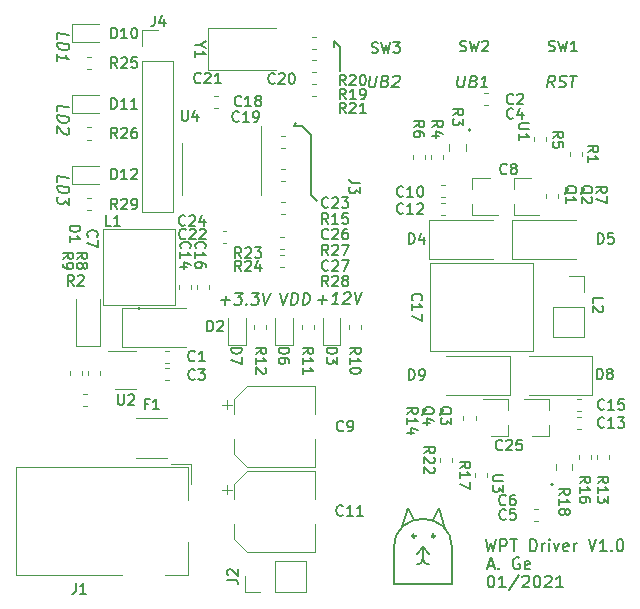
<source format=gbr>
%TF.GenerationSoftware,KiCad,Pcbnew,(5.1.6)-1*%
%TF.CreationDate,2021-07-30T18:26:22-07:00*%
%TF.ProjectId,Coil Driver,436f696c-2044-4726-9976-65722e6b6963,rev?*%
%TF.SameCoordinates,Original*%
%TF.FileFunction,Legend,Top*%
%TF.FilePolarity,Positive*%
%FSLAX46Y46*%
G04 Gerber Fmt 4.6, Leading zero omitted, Abs format (unit mm)*
G04 Created by KiCad (PCBNEW (5.1.6)-1) date 2021-07-30 18:26:22*
%MOMM*%
%LPD*%
G01*
G04 APERTURE LIST*
%ADD10C,0.150000*%
%ADD11C,0.160000*%
%ADD12C,0.200000*%
%ADD13C,0.127000*%
%ADD14C,0.254000*%
%ADD15C,0.120000*%
%ADD16C,0.152400*%
G04 APERTURE END LIST*
D10*
X163267619Y-120732380D02*
X163362857Y-120732380D01*
X163458095Y-120780000D01*
X163505714Y-120827619D01*
X163553333Y-120922857D01*
X163600952Y-121113333D01*
X163600952Y-121351428D01*
X163553333Y-121541904D01*
X163505714Y-121637142D01*
X163458095Y-121684761D01*
X163362857Y-121732380D01*
X163267619Y-121732380D01*
X163172380Y-121684761D01*
X163124761Y-121637142D01*
X163077142Y-121541904D01*
X163029523Y-121351428D01*
X163029523Y-121113333D01*
X163077142Y-120922857D01*
X163124761Y-120827619D01*
X163172380Y-120780000D01*
X163267619Y-120732380D01*
X164553333Y-121732380D02*
X163981904Y-121732380D01*
X164267619Y-121732380D02*
X164267619Y-120732380D01*
X164172380Y-120875238D01*
X164077142Y-120970476D01*
X163981904Y-121018095D01*
X165696190Y-120684761D02*
X164839047Y-121970476D01*
X165981904Y-120827619D02*
X166029523Y-120780000D01*
X166124761Y-120732380D01*
X166362857Y-120732380D01*
X166458095Y-120780000D01*
X166505714Y-120827619D01*
X166553333Y-120922857D01*
X166553333Y-121018095D01*
X166505714Y-121160952D01*
X165934285Y-121732380D01*
X166553333Y-121732380D01*
X167172380Y-120732380D02*
X167267619Y-120732380D01*
X167362857Y-120780000D01*
X167410476Y-120827619D01*
X167458095Y-120922857D01*
X167505714Y-121113333D01*
X167505714Y-121351428D01*
X167458095Y-121541904D01*
X167410476Y-121637142D01*
X167362857Y-121684761D01*
X167267619Y-121732380D01*
X167172380Y-121732380D01*
X167077142Y-121684761D01*
X167029523Y-121637142D01*
X166981904Y-121541904D01*
X166934285Y-121351428D01*
X166934285Y-121113333D01*
X166981904Y-120922857D01*
X167029523Y-120827619D01*
X167077142Y-120780000D01*
X167172380Y-120732380D01*
X167886666Y-120827619D02*
X167934285Y-120780000D01*
X168029523Y-120732380D01*
X168267619Y-120732380D01*
X168362857Y-120780000D01*
X168410476Y-120827619D01*
X168458095Y-120922857D01*
X168458095Y-121018095D01*
X168410476Y-121160952D01*
X167839047Y-121732380D01*
X168458095Y-121732380D01*
X169410476Y-121732380D02*
X168839047Y-121732380D01*
X169124761Y-121732380D02*
X169124761Y-120732380D01*
X169029523Y-120875238D01*
X168934285Y-120970476D01*
X168839047Y-121018095D01*
X163064285Y-119906666D02*
X163540476Y-119906666D01*
X162969047Y-120192380D02*
X163302380Y-119192380D01*
X163635714Y-120192380D01*
X163969047Y-120097142D02*
X164016666Y-120144761D01*
X163969047Y-120192380D01*
X163921428Y-120144761D01*
X163969047Y-120097142D01*
X163969047Y-120192380D01*
X165730952Y-119240000D02*
X165635714Y-119192380D01*
X165492857Y-119192380D01*
X165350000Y-119240000D01*
X165254761Y-119335238D01*
X165207142Y-119430476D01*
X165159523Y-119620952D01*
X165159523Y-119763809D01*
X165207142Y-119954285D01*
X165254761Y-120049523D01*
X165350000Y-120144761D01*
X165492857Y-120192380D01*
X165588095Y-120192380D01*
X165730952Y-120144761D01*
X165778571Y-120097142D01*
X165778571Y-119763809D01*
X165588095Y-119763809D01*
X166588095Y-120144761D02*
X166492857Y-120192380D01*
X166302380Y-120192380D01*
X166207142Y-120144761D01*
X166159523Y-120049523D01*
X166159523Y-119668571D01*
X166207142Y-119573333D01*
X166302380Y-119525714D01*
X166492857Y-119525714D01*
X166588095Y-119573333D01*
X166635714Y-119668571D01*
X166635714Y-119763809D01*
X166159523Y-119859047D01*
X162862857Y-117662380D02*
X163100952Y-118662380D01*
X163291428Y-117948095D01*
X163481904Y-118662380D01*
X163720000Y-117662380D01*
X164100952Y-118662380D02*
X164100952Y-117662380D01*
X164481904Y-117662380D01*
X164577142Y-117710000D01*
X164624761Y-117757619D01*
X164672380Y-117852857D01*
X164672380Y-117995714D01*
X164624761Y-118090952D01*
X164577142Y-118138571D01*
X164481904Y-118186190D01*
X164100952Y-118186190D01*
X164958095Y-117662380D02*
X165529523Y-117662380D01*
X165243809Y-118662380D02*
X165243809Y-117662380D01*
X166624761Y-118662380D02*
X166624761Y-117662380D01*
X166862857Y-117662380D01*
X167005714Y-117710000D01*
X167100952Y-117805238D01*
X167148571Y-117900476D01*
X167196190Y-118090952D01*
X167196190Y-118233809D01*
X167148571Y-118424285D01*
X167100952Y-118519523D01*
X167005714Y-118614761D01*
X166862857Y-118662380D01*
X166624761Y-118662380D01*
X167624761Y-118662380D02*
X167624761Y-117995714D01*
X167624761Y-118186190D02*
X167672380Y-118090952D01*
X167720000Y-118043333D01*
X167815238Y-117995714D01*
X167910476Y-117995714D01*
X168243809Y-118662380D02*
X168243809Y-117995714D01*
X168243809Y-117662380D02*
X168196190Y-117710000D01*
X168243809Y-117757619D01*
X168291428Y-117710000D01*
X168243809Y-117662380D01*
X168243809Y-117757619D01*
X168624761Y-117995714D02*
X168862857Y-118662380D01*
X169100952Y-117995714D01*
X169862857Y-118614761D02*
X169767619Y-118662380D01*
X169577142Y-118662380D01*
X169481904Y-118614761D01*
X169434285Y-118519523D01*
X169434285Y-118138571D01*
X169481904Y-118043333D01*
X169577142Y-117995714D01*
X169767619Y-117995714D01*
X169862857Y-118043333D01*
X169910476Y-118138571D01*
X169910476Y-118233809D01*
X169434285Y-118329047D01*
X170339047Y-118662380D02*
X170339047Y-117995714D01*
X170339047Y-118186190D02*
X170386666Y-118090952D01*
X170434285Y-118043333D01*
X170529523Y-117995714D01*
X170624761Y-117995714D01*
X171577142Y-117662380D02*
X171910476Y-118662380D01*
X172243809Y-117662380D01*
X173100952Y-118662380D02*
X172529523Y-118662380D01*
X172815238Y-118662380D02*
X172815238Y-117662380D01*
X172720000Y-117805238D01*
X172624761Y-117900476D01*
X172529523Y-117948095D01*
X173529523Y-118567142D02*
X173577142Y-118614761D01*
X173529523Y-118662380D01*
X173481904Y-118614761D01*
X173529523Y-118567142D01*
X173529523Y-118662380D01*
X174196190Y-117662380D02*
X174291428Y-117662380D01*
X174386666Y-117710000D01*
X174434285Y-117757619D01*
X174481904Y-117852857D01*
X174529523Y-118043333D01*
X174529523Y-118281428D01*
X174481904Y-118471904D01*
X174434285Y-118567142D01*
X174386666Y-118614761D01*
X174291428Y-118662380D01*
X174196190Y-118662380D01*
X174100952Y-118614761D01*
X174053333Y-118567142D01*
X174005714Y-118471904D01*
X173958095Y-118281428D01*
X173958095Y-118043333D01*
X174005714Y-117852857D01*
X174053333Y-117757619D01*
X174100952Y-117710000D01*
X174196190Y-117662380D01*
D11*
X153062297Y-78402380D02*
X152961107Y-79211904D01*
X152996821Y-79307142D01*
X153038488Y-79354761D01*
X153127773Y-79402380D01*
X153318250Y-79402380D01*
X153419440Y-79354761D01*
X153473011Y-79307142D01*
X153532535Y-79211904D01*
X153633726Y-78402380D01*
X154383726Y-78878571D02*
X154520630Y-78926190D01*
X154562297Y-78973809D01*
X154598011Y-79069047D01*
X154580154Y-79211904D01*
X154520630Y-79307142D01*
X154467059Y-79354761D01*
X154365869Y-79402380D01*
X153984916Y-79402380D01*
X154109916Y-78402380D01*
X154443250Y-78402380D01*
X154532535Y-78450000D01*
X154574202Y-78497619D01*
X154609916Y-78592857D01*
X154598011Y-78688095D01*
X154538488Y-78783333D01*
X154484916Y-78830952D01*
X154383726Y-78878571D01*
X154050392Y-78878571D01*
X155050392Y-78497619D02*
X155103964Y-78450000D01*
X155205154Y-78402380D01*
X155443250Y-78402380D01*
X155532535Y-78450000D01*
X155574202Y-78497619D01*
X155609916Y-78592857D01*
X155598011Y-78688095D01*
X155532535Y-78830952D01*
X154889678Y-79402380D01*
X155508726Y-79402380D01*
X160562297Y-78402380D02*
X160461107Y-79211904D01*
X160496821Y-79307142D01*
X160538488Y-79354761D01*
X160627773Y-79402380D01*
X160818250Y-79402380D01*
X160919440Y-79354761D01*
X160973011Y-79307142D01*
X161032535Y-79211904D01*
X161133726Y-78402380D01*
X161883726Y-78878571D02*
X162020630Y-78926190D01*
X162062297Y-78973809D01*
X162098011Y-79069047D01*
X162080154Y-79211904D01*
X162020630Y-79307142D01*
X161967059Y-79354761D01*
X161865869Y-79402380D01*
X161484916Y-79402380D01*
X161609916Y-78402380D01*
X161943250Y-78402380D01*
X162032535Y-78450000D01*
X162074202Y-78497619D01*
X162109916Y-78592857D01*
X162098011Y-78688095D01*
X162038488Y-78783333D01*
X161984916Y-78830952D01*
X161883726Y-78878571D01*
X161550392Y-78878571D01*
X163008726Y-79402380D02*
X162437297Y-79402380D01*
X162723011Y-79402380D02*
X162848011Y-78402380D01*
X162734916Y-78545238D01*
X162627773Y-78640476D01*
X162526583Y-78688095D01*
X168651583Y-79402380D02*
X168377773Y-78926190D01*
X168080154Y-79402380D02*
X168205154Y-78402380D01*
X168586107Y-78402380D01*
X168675392Y-78450000D01*
X168717059Y-78497619D01*
X168752773Y-78592857D01*
X168734916Y-78735714D01*
X168675392Y-78830952D01*
X168621821Y-78878571D01*
X168520630Y-78926190D01*
X168139678Y-78926190D01*
X169038488Y-79354761D02*
X169175392Y-79402380D01*
X169413488Y-79402380D01*
X169514678Y-79354761D01*
X169568250Y-79307142D01*
X169627773Y-79211904D01*
X169639678Y-79116666D01*
X169603964Y-79021428D01*
X169562297Y-78973809D01*
X169473011Y-78926190D01*
X169288488Y-78878571D01*
X169199202Y-78830952D01*
X169157535Y-78783333D01*
X169121821Y-78688095D01*
X169133726Y-78592857D01*
X169193250Y-78497619D01*
X169246821Y-78450000D01*
X169348011Y-78402380D01*
X169586107Y-78402380D01*
X169723011Y-78450000D01*
X170014678Y-78402380D02*
X170586107Y-78402380D01*
X170175392Y-79402380D02*
X170300392Y-78402380D01*
X148684916Y-97371428D02*
X149446821Y-97371428D01*
X149018250Y-97752380D02*
X149113488Y-96990476D01*
X150399202Y-97752380D02*
X149827773Y-97752380D01*
X150113488Y-97752380D02*
X150238488Y-96752380D01*
X150125392Y-96895238D01*
X150018250Y-96990476D01*
X149917059Y-97038095D01*
X150893250Y-96847619D02*
X150946821Y-96800000D01*
X151048011Y-96752380D01*
X151286107Y-96752380D01*
X151375392Y-96800000D01*
X151417059Y-96847619D01*
X151452773Y-96942857D01*
X151440869Y-97038095D01*
X151375392Y-97180952D01*
X150732535Y-97752380D01*
X151351583Y-97752380D01*
X151762297Y-96752380D02*
X151970630Y-97752380D01*
X152428964Y-96752380D01*
X145490869Y-96802380D02*
X145699202Y-97802380D01*
X146157535Y-96802380D01*
X146365869Y-97802380D02*
X146490869Y-96802380D01*
X146728964Y-96802380D01*
X146865869Y-96850000D01*
X146949202Y-96945238D01*
X146984916Y-97040476D01*
X147008726Y-97230952D01*
X146990869Y-97373809D01*
X146919440Y-97564285D01*
X146859916Y-97659523D01*
X146752773Y-97754761D01*
X146603964Y-97802380D01*
X146365869Y-97802380D01*
X147365869Y-97802380D02*
X147490869Y-96802380D01*
X147728964Y-96802380D01*
X147865869Y-96850000D01*
X147949202Y-96945238D01*
X147984916Y-97040476D01*
X148008726Y-97230952D01*
X147990869Y-97373809D01*
X147919440Y-97564285D01*
X147859916Y-97659523D01*
X147752773Y-97754761D01*
X147603964Y-97802380D01*
X147365869Y-97802380D01*
X140446821Y-97421428D02*
X141208726Y-97421428D01*
X140780154Y-97802380D02*
X140875392Y-97040476D01*
X141667059Y-96802380D02*
X142286107Y-96802380D01*
X141905154Y-97183333D01*
X142048011Y-97183333D01*
X142137297Y-97230952D01*
X142178964Y-97278571D01*
X142214678Y-97373809D01*
X142184916Y-97611904D01*
X142125392Y-97707142D01*
X142071821Y-97754761D01*
X141970630Y-97802380D01*
X141684916Y-97802380D01*
X141595630Y-97754761D01*
X141553964Y-97707142D01*
X142601583Y-97707142D02*
X142643250Y-97754761D01*
X142589678Y-97802380D01*
X142548011Y-97754761D01*
X142601583Y-97707142D01*
X142589678Y-97802380D01*
X143095630Y-96802380D02*
X143714678Y-96802380D01*
X143333726Y-97183333D01*
X143476583Y-97183333D01*
X143565869Y-97230952D01*
X143607535Y-97278571D01*
X143643250Y-97373809D01*
X143613488Y-97611904D01*
X143553964Y-97707142D01*
X143500392Y-97754761D01*
X143399202Y-97802380D01*
X143113488Y-97802380D01*
X143024202Y-97754761D01*
X142982535Y-97707142D01*
X144000392Y-96802380D02*
X144208726Y-97802380D01*
X144667059Y-96802380D01*
X126597619Y-87382535D02*
X126597619Y-86906345D01*
X127597619Y-87031345D01*
X126597619Y-87715869D02*
X127597619Y-87840869D01*
X127597619Y-88078964D01*
X127550000Y-88215869D01*
X127454761Y-88299202D01*
X127359523Y-88334916D01*
X127169047Y-88358726D01*
X127026190Y-88340869D01*
X126835714Y-88269440D01*
X126740476Y-88209916D01*
X126645238Y-88102773D01*
X126597619Y-87953964D01*
X126597619Y-87715869D01*
X127597619Y-88745630D02*
X127597619Y-89364678D01*
X127216666Y-88983726D01*
X127216666Y-89126583D01*
X127169047Y-89215869D01*
X127121428Y-89257535D01*
X127026190Y-89293250D01*
X126788095Y-89263488D01*
X126692857Y-89203964D01*
X126645238Y-89150392D01*
X126597619Y-89049202D01*
X126597619Y-88763488D01*
X126645238Y-88674202D01*
X126692857Y-88632535D01*
X126597619Y-81432535D02*
X126597619Y-80956345D01*
X127597619Y-81081345D01*
X126597619Y-81765869D02*
X127597619Y-81890869D01*
X127597619Y-82128964D01*
X127550000Y-82265869D01*
X127454761Y-82349202D01*
X127359523Y-82384916D01*
X127169047Y-82408726D01*
X127026190Y-82390869D01*
X126835714Y-82319440D01*
X126740476Y-82259916D01*
X126645238Y-82152773D01*
X126597619Y-82003964D01*
X126597619Y-81765869D01*
X127502380Y-82831345D02*
X127550000Y-82884916D01*
X127597619Y-82986107D01*
X127597619Y-83224202D01*
X127550000Y-83313488D01*
X127502380Y-83355154D01*
X127407142Y-83390869D01*
X127311904Y-83378964D01*
X127169047Y-83313488D01*
X126597619Y-82670630D01*
X126597619Y-83289678D01*
D12*
X150000000Y-75500000D02*
X150000000Y-76000000D01*
X150500000Y-76000000D02*
X150000000Y-75500000D01*
X150500000Y-78000000D02*
X150500000Y-76000000D01*
X146600000Y-82650000D02*
X146850000Y-82400000D01*
X148100000Y-88500000D02*
X148600000Y-89000000D01*
X148100000Y-83400000D02*
X148100000Y-88450000D01*
X147350000Y-82650000D02*
X148100000Y-83400000D01*
X146600000Y-82650000D02*
X147350000Y-82650000D01*
D11*
X126597619Y-75282535D02*
X126597619Y-74806345D01*
X127597619Y-74931345D01*
X126597619Y-75615869D02*
X127597619Y-75740869D01*
X127597619Y-75978964D01*
X127550000Y-76115869D01*
X127454761Y-76199202D01*
X127359523Y-76234916D01*
X127169047Y-76258726D01*
X127026190Y-76240869D01*
X126835714Y-76169440D01*
X126740476Y-76109916D01*
X126645238Y-76002773D01*
X126597619Y-75853964D01*
X126597619Y-75615869D01*
X126597619Y-77139678D02*
X126597619Y-76568250D01*
X126597619Y-76853964D02*
X127597619Y-76978964D01*
X127454761Y-76865869D01*
X127359523Y-76758726D01*
X127311904Y-76657535D01*
D13*
%TO.C,REF\u002A\u002A*%
X160026500Y-121450000D02*
X160026500Y-118402000D01*
X160026500Y-121450000D02*
X155073500Y-121450000D01*
X155073500Y-121450000D02*
X155073500Y-118402000D01*
X159455000Y-116751000D02*
X158947000Y-114973000D01*
X158947000Y-114973000D02*
X158439000Y-115989000D01*
X155772000Y-116624000D02*
X156280000Y-114973000D01*
X156280000Y-114973000D02*
X156788000Y-115989000D01*
D14*
X158566000Y-117386000D02*
G75*
G03*
X158566000Y-117386000I-127000J0D01*
G01*
X156915000Y-117386000D02*
G75*
G03*
X156915000Y-117386000I-127000J0D01*
G01*
D13*
X157550000Y-118275000D02*
X157042000Y-118910000D01*
X157550000Y-118275000D02*
X158058000Y-118910000D01*
X157550000Y-118402000D02*
X157550000Y-119291000D01*
X155073500Y-118402000D02*
G75*
G02*
X160026500Y-118402000I2476500J0D01*
G01*
X158058000Y-119799000D02*
G75*
G02*
X157550000Y-119291000I0J508000D01*
G01*
X157550000Y-119291000D02*
G75*
G02*
X157042000Y-119799000I-508000J0D01*
G01*
D15*
%TO.C,L2*%
X169900000Y-95370000D02*
X171230000Y-95370000D01*
X171230000Y-95370000D02*
X171230000Y-96700000D01*
X171230000Y-97970000D02*
X171230000Y-100570000D01*
X168570000Y-100570000D02*
X171230000Y-100570000D01*
X168570000Y-97970000D02*
X168570000Y-100570000D01*
X168570000Y-97970000D02*
X171230000Y-97970000D01*
%TO.C,R27*%
X145875279Y-87310000D02*
X145549721Y-87310000D01*
X145875279Y-86290000D02*
X145549721Y-86290000D01*
%TO.C,R18*%
X170210000Y-111771078D02*
X170210000Y-111253922D01*
X168790000Y-111771078D02*
X168790000Y-111253922D01*
%TO.C,R3*%
X159790000Y-84228922D02*
X159790000Y-84746078D01*
X161210000Y-84228922D02*
X161210000Y-84746078D01*
%TO.C,Y1*%
X139400000Y-77950000D02*
X145150000Y-77950000D01*
X139400000Y-74350000D02*
X139400000Y-77950000D01*
X145150000Y-74350000D02*
X139400000Y-74350000D01*
%TO.C,R29*%
X129137221Y-89810000D02*
X129462779Y-89810000D01*
X129137221Y-88790000D02*
X129462779Y-88790000D01*
%TO.C,R26*%
X129137221Y-83810000D02*
X129462779Y-83810000D01*
X129137221Y-82790000D02*
X129462779Y-82790000D01*
%TO.C,R25*%
X129137221Y-77810000D02*
X129462779Y-77810000D01*
X129137221Y-76790000D02*
X129462779Y-76790000D01*
%TO.C,R12*%
X144310000Y-99850279D02*
X144310000Y-99524721D01*
X143290000Y-99850279D02*
X143290000Y-99524721D01*
%TO.C,R11*%
X148310000Y-99862779D02*
X148310000Y-99537221D01*
X147290000Y-99862779D02*
X147290000Y-99537221D01*
%TO.C,R10*%
X152310000Y-99862779D02*
X152310000Y-99537221D01*
X151290000Y-99862779D02*
X151290000Y-99537221D01*
%TO.C,D12*%
X127815000Y-87535000D02*
X130100000Y-87535000D01*
X127815000Y-86065000D02*
X127815000Y-87535000D01*
X130100000Y-86065000D02*
X127815000Y-86065000D01*
%TO.C,D11*%
X127815000Y-81535000D02*
X130100000Y-81535000D01*
X127815000Y-80065000D02*
X127815000Y-81535000D01*
X130100000Y-80065000D02*
X127815000Y-80065000D01*
%TO.C,D10*%
X127815000Y-75535000D02*
X130100000Y-75535000D01*
X127815000Y-74065000D02*
X127815000Y-75535000D01*
X130100000Y-74065000D02*
X127815000Y-74065000D01*
%TO.C,D7*%
X142535000Y-101185000D02*
X142535000Y-98900000D01*
X141065000Y-101185000D02*
X142535000Y-101185000D01*
X141065000Y-98900000D02*
X141065000Y-101185000D01*
%TO.C,D6*%
X146535000Y-101185000D02*
X146535000Y-98900000D01*
X145065000Y-101185000D02*
X146535000Y-101185000D01*
X145065000Y-98900000D02*
X145065000Y-101185000D01*
%TO.C,D3*%
X150535000Y-101185000D02*
X150535000Y-98900000D01*
X149065000Y-101185000D02*
X150535000Y-101185000D01*
X149065000Y-98900000D02*
X149065000Y-101185000D01*
%TO.C,U4*%
X137115000Y-86300000D02*
X137115000Y-88500000D01*
X137115000Y-86300000D02*
X137115000Y-84100000D01*
X143885000Y-86300000D02*
X143885000Y-88500000D01*
X143885000Y-86300000D02*
X143885000Y-82700000D01*
D10*
%TO.C,U3*%
X168575000Y-113000000D02*
G75*
G03*
X168575000Y-113000000I-75000J0D01*
G01*
D15*
%TO.C,U2*%
X131500000Y-104910000D02*
X133300000Y-104910000D01*
X133300000Y-101690000D02*
X130850000Y-101690000D01*
D10*
%TO.C,U1*%
X161575000Y-83000000D02*
G75*
G03*
X161575000Y-83000000I-75000J0D01*
G01*
D15*
%TO.C,R28*%
X145850279Y-90110000D02*
X145524721Y-90110000D01*
X145850279Y-89090000D02*
X145524721Y-89090000D01*
%TO.C,R24*%
X145787779Y-94610000D02*
X145462221Y-94610000D01*
X145787779Y-93590000D02*
X145462221Y-93590000D01*
%TO.C,R23*%
X145787779Y-93060000D02*
X145462221Y-93060000D01*
X145787779Y-92040000D02*
X145462221Y-92040000D01*
%TO.C,R22*%
X158990000Y-111100279D02*
X158990000Y-110774721D01*
X160010000Y-111100279D02*
X160010000Y-110774721D01*
%TO.C,R21*%
X148512779Y-80110000D02*
X148187221Y-80110000D01*
X148512779Y-79090000D02*
X148187221Y-79090000D01*
%TO.C,R20*%
X148187221Y-77090000D02*
X148512779Y-77090000D01*
X148187221Y-78110000D02*
X148512779Y-78110000D01*
%TO.C,R19*%
X148512779Y-76110000D02*
X148187221Y-76110000D01*
X148512779Y-75090000D02*
X148187221Y-75090000D01*
%TO.C,R17*%
X161990000Y-112375279D02*
X161990000Y-112049721D01*
X163010000Y-112375279D02*
X163010000Y-112049721D01*
%TO.C,R16*%
X170740000Y-110875279D02*
X170740000Y-110549721D01*
X171760000Y-110875279D02*
X171760000Y-110549721D01*
%TO.C,R15*%
X145875279Y-84510000D02*
X145549721Y-84510000D01*
X145875279Y-83490000D02*
X145549721Y-83490000D01*
%TO.C,R14*%
X162010000Y-107224721D02*
X162010000Y-107550279D01*
X160990000Y-107224721D02*
X160990000Y-107550279D01*
%TO.C,R13*%
X173310000Y-110549721D02*
X173310000Y-110875279D01*
X172290000Y-110549721D02*
X172290000Y-110875279D01*
%TO.C,R9*%
X129190000Y-103762779D02*
X129190000Y-103437221D01*
X130210000Y-103762779D02*
X130210000Y-103437221D01*
%TO.C,R8*%
X128710000Y-103437221D02*
X128710000Y-103762779D01*
X127690000Y-103437221D02*
X127690000Y-103762779D01*
%TO.C,R7*%
X167990000Y-88775279D02*
X167990000Y-88449721D01*
X169010000Y-88775279D02*
X169010000Y-88449721D01*
%TO.C,R6*%
X156690000Y-85450279D02*
X156690000Y-85124721D01*
X157710000Y-85450279D02*
X157710000Y-85124721D01*
%TO.C,R5*%
X168010000Y-83624721D02*
X168010000Y-83950279D01*
X166990000Y-83624721D02*
X166990000Y-83950279D01*
%TO.C,R4*%
X159260000Y-85124721D02*
X159260000Y-85450279D01*
X158240000Y-85124721D02*
X158240000Y-85450279D01*
%TO.C,R2*%
X128787221Y-105390000D02*
X129112779Y-105390000D01*
X128787221Y-106410000D02*
X129112779Y-106410000D01*
%TO.C,R1*%
X171010000Y-84887221D02*
X171010000Y-85212779D01*
X169990000Y-84887221D02*
X169990000Y-85212779D01*
%TO.C,Q4*%
X164760000Y-108930000D02*
X164760000Y-108000000D01*
X164760000Y-105770000D02*
X164760000Y-106700000D01*
X164760000Y-105770000D02*
X162600000Y-105770000D01*
X164760000Y-108930000D02*
X163300000Y-108930000D01*
%TO.C,Q3*%
X168260000Y-108930000D02*
X168260000Y-108000000D01*
X168260000Y-105770000D02*
X168260000Y-106700000D01*
X168260000Y-105770000D02*
X166100000Y-105770000D01*
X168260000Y-108930000D02*
X166800000Y-108930000D01*
%TO.C,Q2*%
X165240000Y-87070000D02*
X165240000Y-88000000D01*
X165240000Y-90230000D02*
X165240000Y-89300000D01*
X165240000Y-90230000D02*
X167400000Y-90230000D01*
X165240000Y-87070000D02*
X166700000Y-87070000D01*
%TO.C,Q1*%
X161740000Y-87070000D02*
X161740000Y-88000000D01*
X161740000Y-90230000D02*
X161740000Y-89300000D01*
X161740000Y-90230000D02*
X163900000Y-90230000D01*
X161740000Y-87070000D02*
X163200000Y-87070000D01*
%TO.C,L1*%
X130450000Y-91400000D02*
X136550000Y-91400000D01*
X136550000Y-91400000D02*
X136550000Y-97800000D01*
D10*
X133575000Y-98100000D02*
G75*
G03*
X133575000Y-98100000I-75000J0D01*
G01*
D15*
X136550000Y-97800000D02*
X130450000Y-97800000D01*
X130450000Y-97800000D02*
X130450000Y-91400000D01*
%TO.C,J4*%
X133770000Y-89930000D02*
X136430000Y-89930000D01*
X133770000Y-77170000D02*
X133770000Y-89930000D01*
X136430000Y-77170000D02*
X136430000Y-89930000D01*
X133770000Y-77170000D02*
X136430000Y-77170000D01*
X133770000Y-75900000D02*
X133770000Y-74570000D01*
X133770000Y-74570000D02*
X135100000Y-74570000D01*
%TO.C,J2*%
X147670000Y-122130000D02*
X147670000Y-119470000D01*
X145070000Y-122130000D02*
X147670000Y-122130000D01*
X145070000Y-119470000D02*
X147670000Y-119470000D01*
X145070000Y-122130000D02*
X145070000Y-119470000D01*
X143800000Y-122130000D02*
X142470000Y-122130000D01*
X142470000Y-122130000D02*
X142470000Y-120800000D01*
%TO.C,J1*%
X132100000Y-120700000D02*
X123100000Y-120700000D01*
X123100000Y-120700000D02*
X123100000Y-111500000D01*
X123100000Y-111500000D02*
X137700000Y-111500000D01*
X137700000Y-111500000D02*
X137700000Y-114300000D01*
X137700000Y-117900000D02*
X137700000Y-120700000D01*
X137700000Y-120700000D02*
X135700000Y-120700000D01*
X136200000Y-111260000D02*
X137940000Y-111260000D01*
X137940000Y-111260000D02*
X137940000Y-113000000D01*
%TO.C,F1*%
X133300000Y-107400000D02*
X135900000Y-107400000D01*
X133300000Y-110800000D02*
X135900000Y-110800000D01*
%TO.C,D9*%
X164900000Y-105400000D02*
X164900000Y-102100000D01*
X164900000Y-102100000D02*
X159500000Y-102100000D01*
X164900000Y-105400000D02*
X159500000Y-105400000D01*
%TO.C,D8*%
X171900000Y-105400000D02*
X171900000Y-102100000D01*
X171900000Y-102100000D02*
X166500000Y-102100000D01*
X171900000Y-105400000D02*
X166500000Y-105400000D01*
%TO.C,D5*%
X165100000Y-90600000D02*
X165100000Y-93900000D01*
X165100000Y-93900000D02*
X170500000Y-93900000D01*
X165100000Y-90600000D02*
X170500000Y-90600000D01*
%TO.C,D4*%
X158100000Y-90600000D02*
X158100000Y-93900000D01*
X158100000Y-93900000D02*
X163500000Y-93900000D01*
X158100000Y-90600000D02*
X163500000Y-90600000D01*
%TO.C,D2*%
X132100000Y-98050000D02*
X132100000Y-101350000D01*
X132100000Y-101350000D02*
X137500000Y-101350000D01*
X132100000Y-98050000D02*
X137500000Y-98050000D01*
%TO.C,D1*%
X128200000Y-101250000D02*
X130200000Y-101250000D01*
X130200000Y-101250000D02*
X130200000Y-97350000D01*
X128200000Y-101250000D02*
X128200000Y-97350000D01*
%TO.C,C22*%
X140912779Y-92585000D02*
X140587221Y-92585000D01*
X140912779Y-91565000D02*
X140587221Y-91565000D01*
%TO.C,C18*%
X140175279Y-81110000D02*
X139849721Y-81110000D01*
X140175279Y-80090000D02*
X139849721Y-80090000D01*
%TO.C,C17*%
X158130000Y-101720000D02*
X158130000Y-94280000D01*
X166870000Y-101720000D02*
X166870000Y-94280000D01*
X158130000Y-101720000D02*
X166870000Y-101720000D01*
X158130000Y-94280000D02*
X166870000Y-94280000D01*
%TO.C,C16*%
X139410000Y-96137221D02*
X139410000Y-96462779D01*
X138390000Y-96137221D02*
X138390000Y-96462779D01*
%TO.C,C14*%
X137910000Y-96137221D02*
X137910000Y-96462779D01*
X136890000Y-96137221D02*
X136890000Y-96462779D01*
%TO.C,C15*%
X170587221Y-105790000D02*
X170912779Y-105790000D01*
X170587221Y-106810000D02*
X170912779Y-106810000D01*
%TO.C,C11*%
X148410000Y-118710000D02*
X148410000Y-116360000D01*
X148410000Y-111890000D02*
X148410000Y-114240000D01*
X142654437Y-111890000D02*
X148410000Y-111890000D01*
X142654437Y-118710000D02*
X148410000Y-118710000D01*
X141590000Y-117645563D02*
X141590000Y-116360000D01*
X141590000Y-112954437D02*
X141590000Y-114240000D01*
X141590000Y-112954437D02*
X142654437Y-111890000D01*
X141590000Y-117645563D02*
X142654437Y-118710000D01*
X140562500Y-113452500D02*
X141350000Y-113452500D01*
X140956250Y-113058750D02*
X140956250Y-113846250D01*
%TO.C,C13*%
X170587221Y-107290000D02*
X170912779Y-107290000D01*
X170587221Y-108310000D02*
X170912779Y-108310000D01*
%TO.C,C9*%
X148410000Y-111510000D02*
X148410000Y-109160000D01*
X148410000Y-104690000D02*
X148410000Y-107040000D01*
X142654437Y-104690000D02*
X148410000Y-104690000D01*
X142654437Y-111510000D02*
X148410000Y-111510000D01*
X141590000Y-110445563D02*
X141590000Y-109160000D01*
X141590000Y-105754437D02*
X141590000Y-107040000D01*
X141590000Y-105754437D02*
X142654437Y-104690000D01*
X141590000Y-110445563D02*
X142654437Y-111510000D01*
X140562500Y-106252500D02*
X141350000Y-106252500D01*
X140956250Y-105858750D02*
X140956250Y-106646250D01*
%TO.C,C12*%
X159412779Y-90210000D02*
X159087221Y-90210000D01*
X159412779Y-89190000D02*
X159087221Y-89190000D01*
%TO.C,C10*%
X159412779Y-88710000D02*
X159087221Y-88710000D01*
X159412779Y-87690000D02*
X159087221Y-87690000D01*
%TO.C,C5*%
X167275279Y-116110000D02*
X166949721Y-116110000D01*
X167275279Y-115090000D02*
X166949721Y-115090000D01*
%TO.C,C3*%
X135724721Y-103190000D02*
X136050279Y-103190000D01*
X135724721Y-104210000D02*
X136050279Y-104210000D01*
%TO.C,C2*%
X162724721Y-79890000D02*
X163050279Y-79890000D01*
X162724721Y-80910000D02*
X163050279Y-80910000D01*
%TO.C,C1*%
X135724721Y-101690000D02*
X136050279Y-101690000D01*
X135724721Y-102710000D02*
X136050279Y-102710000D01*
%TO.C,L2*%
D16*
X171947833Y-97651833D02*
X171947833Y-97228500D01*
X172836833Y-97228500D01*
X172752166Y-97905833D02*
X172794500Y-97948166D01*
X172836833Y-98032833D01*
X172836833Y-98244500D01*
X172794500Y-98329166D01*
X172752166Y-98371500D01*
X172667500Y-98413833D01*
X172582833Y-98413833D01*
X172455833Y-98371500D01*
X171947833Y-97863500D01*
X171947833Y-98413833D01*
%TO.C,R27*%
X149528500Y-93592166D02*
X149232166Y-93168833D01*
X149020500Y-93592166D02*
X149020500Y-92703166D01*
X149359166Y-92703166D01*
X149443833Y-92745500D01*
X149486166Y-92787833D01*
X149528500Y-92872500D01*
X149528500Y-92999500D01*
X149486166Y-93084166D01*
X149443833Y-93126500D01*
X149359166Y-93168833D01*
X149020500Y-93168833D01*
X149867166Y-92787833D02*
X149909500Y-92745500D01*
X149994166Y-92703166D01*
X150205833Y-92703166D01*
X150290500Y-92745500D01*
X150332833Y-92787833D01*
X150375166Y-92872500D01*
X150375166Y-92957166D01*
X150332833Y-93084166D01*
X149824833Y-93592166D01*
X150375166Y-93592166D01*
X150671500Y-92703166D02*
X151264166Y-92703166D01*
X150883166Y-93592166D01*
%TO.C,C8*%
X164651833Y-86667500D02*
X164609500Y-86709833D01*
X164482500Y-86752166D01*
X164397833Y-86752166D01*
X164270833Y-86709833D01*
X164186166Y-86625166D01*
X164143833Y-86540500D01*
X164101500Y-86371166D01*
X164101500Y-86244166D01*
X164143833Y-86074833D01*
X164186166Y-85990166D01*
X164270833Y-85905500D01*
X164397833Y-85863166D01*
X164482500Y-85863166D01*
X164609500Y-85905500D01*
X164651833Y-85947833D01*
X165159833Y-86244166D02*
X165075166Y-86201833D01*
X165032833Y-86159500D01*
X164990500Y-86074833D01*
X164990500Y-86032500D01*
X165032833Y-85947833D01*
X165075166Y-85905500D01*
X165159833Y-85863166D01*
X165329166Y-85863166D01*
X165413833Y-85905500D01*
X165456166Y-85947833D01*
X165498500Y-86032500D01*
X165498500Y-86074833D01*
X165456166Y-86159500D01*
X165413833Y-86201833D01*
X165329166Y-86244166D01*
X165159833Y-86244166D01*
X165075166Y-86286500D01*
X165032833Y-86328833D01*
X164990500Y-86413500D01*
X164990500Y-86582833D01*
X165032833Y-86667500D01*
X165075166Y-86709833D01*
X165159833Y-86752166D01*
X165329166Y-86752166D01*
X165413833Y-86709833D01*
X165456166Y-86667500D01*
X165498500Y-86582833D01*
X165498500Y-86413500D01*
X165456166Y-86328833D01*
X165413833Y-86286500D01*
X165329166Y-86244166D01*
%TO.C,C7*%
X129232500Y-92051833D02*
X129190166Y-92009500D01*
X129147833Y-91882500D01*
X129147833Y-91797833D01*
X129190166Y-91670833D01*
X129274833Y-91586166D01*
X129359500Y-91543833D01*
X129528833Y-91501500D01*
X129655833Y-91501500D01*
X129825166Y-91543833D01*
X129909833Y-91586166D01*
X129994500Y-91670833D01*
X130036833Y-91797833D01*
X130036833Y-91882500D01*
X129994500Y-92009500D01*
X129952166Y-92051833D01*
X130036833Y-92348166D02*
X130036833Y-92940833D01*
X129147833Y-92559833D01*
%TO.C,C6*%
X164551833Y-114667500D02*
X164509500Y-114709833D01*
X164382500Y-114752166D01*
X164297833Y-114752166D01*
X164170833Y-114709833D01*
X164086166Y-114625166D01*
X164043833Y-114540500D01*
X164001500Y-114371166D01*
X164001500Y-114244166D01*
X164043833Y-114074833D01*
X164086166Y-113990166D01*
X164170833Y-113905500D01*
X164297833Y-113863166D01*
X164382500Y-113863166D01*
X164509500Y-113905500D01*
X164551833Y-113947833D01*
X165313833Y-113863166D02*
X165144500Y-113863166D01*
X165059833Y-113905500D01*
X165017500Y-113947833D01*
X164932833Y-114074833D01*
X164890500Y-114244166D01*
X164890500Y-114582833D01*
X164932833Y-114667500D01*
X164975166Y-114709833D01*
X165059833Y-114752166D01*
X165229166Y-114752166D01*
X165313833Y-114709833D01*
X165356166Y-114667500D01*
X165398500Y-114582833D01*
X165398500Y-114371166D01*
X165356166Y-114286500D01*
X165313833Y-114244166D01*
X165229166Y-114201833D01*
X165059833Y-114201833D01*
X164975166Y-114244166D01*
X164932833Y-114286500D01*
X164890500Y-114371166D01*
%TO.C,R18*%
X169097833Y-113878500D02*
X169521166Y-113582166D01*
X169097833Y-113370500D02*
X169986833Y-113370500D01*
X169986833Y-113709166D01*
X169944500Y-113793833D01*
X169902166Y-113836166D01*
X169817500Y-113878500D01*
X169690500Y-113878500D01*
X169605833Y-113836166D01*
X169563500Y-113793833D01*
X169521166Y-113709166D01*
X169521166Y-113370500D01*
X169097833Y-114725166D02*
X169097833Y-114217166D01*
X169097833Y-114471166D02*
X169986833Y-114471166D01*
X169859833Y-114386500D01*
X169775166Y-114301833D01*
X169732833Y-114217166D01*
X169605833Y-115233166D02*
X169648166Y-115148500D01*
X169690500Y-115106166D01*
X169775166Y-115063833D01*
X169817500Y-115063833D01*
X169902166Y-115106166D01*
X169944500Y-115148500D01*
X169986833Y-115233166D01*
X169986833Y-115402500D01*
X169944500Y-115487166D01*
X169902166Y-115529500D01*
X169817500Y-115571833D01*
X169775166Y-115571833D01*
X169690500Y-115529500D01*
X169648166Y-115487166D01*
X169605833Y-115402500D01*
X169605833Y-115233166D01*
X169563500Y-115148500D01*
X169521166Y-115106166D01*
X169436500Y-115063833D01*
X169267166Y-115063833D01*
X169182500Y-115106166D01*
X169140166Y-115148500D01*
X169097833Y-115233166D01*
X169097833Y-115402500D01*
X169140166Y-115487166D01*
X169182500Y-115529500D01*
X169267166Y-115571833D01*
X169436500Y-115571833D01*
X169521166Y-115529500D01*
X169563500Y-115487166D01*
X169605833Y-115402500D01*
%TO.C,R3*%
X160097833Y-81751833D02*
X160521166Y-81455500D01*
X160097833Y-81243833D02*
X160986833Y-81243833D01*
X160986833Y-81582500D01*
X160944500Y-81667166D01*
X160902166Y-81709500D01*
X160817500Y-81751833D01*
X160690500Y-81751833D01*
X160605833Y-81709500D01*
X160563500Y-81667166D01*
X160521166Y-81582500D01*
X160521166Y-81243833D01*
X160986833Y-82048166D02*
X160986833Y-82598500D01*
X160648166Y-82302166D01*
X160648166Y-82429166D01*
X160605833Y-82513833D01*
X160563500Y-82556166D01*
X160478833Y-82598500D01*
X160267166Y-82598500D01*
X160182500Y-82556166D01*
X160140166Y-82513833D01*
X160097833Y-82429166D01*
X160097833Y-82175166D01*
X160140166Y-82090500D01*
X160182500Y-82048166D01*
%TO.C,Y1*%
X138721166Y-75776666D02*
X138297833Y-75776666D01*
X139186833Y-75480333D02*
X138721166Y-75776666D01*
X139186833Y-76073000D01*
X138297833Y-76835000D02*
X138297833Y-76327000D01*
X138297833Y-76581000D02*
X139186833Y-76581000D01*
X139059833Y-76496333D01*
X138975166Y-76411666D01*
X138932833Y-76327000D01*
%TO.C,R29*%
X131678500Y-89702166D02*
X131382166Y-89278833D01*
X131170500Y-89702166D02*
X131170500Y-88813166D01*
X131509166Y-88813166D01*
X131593833Y-88855500D01*
X131636166Y-88897833D01*
X131678500Y-88982500D01*
X131678500Y-89109500D01*
X131636166Y-89194166D01*
X131593833Y-89236500D01*
X131509166Y-89278833D01*
X131170500Y-89278833D01*
X132017166Y-88897833D02*
X132059500Y-88855500D01*
X132144166Y-88813166D01*
X132355833Y-88813166D01*
X132440500Y-88855500D01*
X132482833Y-88897833D01*
X132525166Y-88982500D01*
X132525166Y-89067166D01*
X132482833Y-89194166D01*
X131974833Y-89702166D01*
X132525166Y-89702166D01*
X132948500Y-89702166D02*
X133117833Y-89702166D01*
X133202500Y-89659833D01*
X133244833Y-89617500D01*
X133329500Y-89490500D01*
X133371833Y-89321166D01*
X133371833Y-88982500D01*
X133329500Y-88897833D01*
X133287166Y-88855500D01*
X133202500Y-88813166D01*
X133033166Y-88813166D01*
X132948500Y-88855500D01*
X132906166Y-88897833D01*
X132863833Y-88982500D01*
X132863833Y-89194166D01*
X132906166Y-89278833D01*
X132948500Y-89321166D01*
X133033166Y-89363500D01*
X133202500Y-89363500D01*
X133287166Y-89321166D01*
X133329500Y-89278833D01*
X133371833Y-89194166D01*
%TO.C,R26*%
X131678500Y-83702166D02*
X131382166Y-83278833D01*
X131170500Y-83702166D02*
X131170500Y-82813166D01*
X131509166Y-82813166D01*
X131593833Y-82855500D01*
X131636166Y-82897833D01*
X131678500Y-82982500D01*
X131678500Y-83109500D01*
X131636166Y-83194166D01*
X131593833Y-83236500D01*
X131509166Y-83278833D01*
X131170500Y-83278833D01*
X132017166Y-82897833D02*
X132059500Y-82855500D01*
X132144166Y-82813166D01*
X132355833Y-82813166D01*
X132440500Y-82855500D01*
X132482833Y-82897833D01*
X132525166Y-82982500D01*
X132525166Y-83067166D01*
X132482833Y-83194166D01*
X131974833Y-83702166D01*
X132525166Y-83702166D01*
X133287166Y-82813166D02*
X133117833Y-82813166D01*
X133033166Y-82855500D01*
X132990833Y-82897833D01*
X132906166Y-83024833D01*
X132863833Y-83194166D01*
X132863833Y-83532833D01*
X132906166Y-83617500D01*
X132948500Y-83659833D01*
X133033166Y-83702166D01*
X133202500Y-83702166D01*
X133287166Y-83659833D01*
X133329500Y-83617500D01*
X133371833Y-83532833D01*
X133371833Y-83321166D01*
X133329500Y-83236500D01*
X133287166Y-83194166D01*
X133202500Y-83151833D01*
X133033166Y-83151833D01*
X132948500Y-83194166D01*
X132906166Y-83236500D01*
X132863833Y-83321166D01*
%TO.C,R25*%
X131678500Y-77752166D02*
X131382166Y-77328833D01*
X131170500Y-77752166D02*
X131170500Y-76863166D01*
X131509166Y-76863166D01*
X131593833Y-76905500D01*
X131636166Y-76947833D01*
X131678500Y-77032500D01*
X131678500Y-77159500D01*
X131636166Y-77244166D01*
X131593833Y-77286500D01*
X131509166Y-77328833D01*
X131170500Y-77328833D01*
X132017166Y-76947833D02*
X132059500Y-76905500D01*
X132144166Y-76863166D01*
X132355833Y-76863166D01*
X132440500Y-76905500D01*
X132482833Y-76947833D01*
X132525166Y-77032500D01*
X132525166Y-77117166D01*
X132482833Y-77244166D01*
X131974833Y-77752166D01*
X132525166Y-77752166D01*
X133329500Y-76863166D02*
X132906166Y-76863166D01*
X132863833Y-77286500D01*
X132906166Y-77244166D01*
X132990833Y-77201833D01*
X133202500Y-77201833D01*
X133287166Y-77244166D01*
X133329500Y-77286500D01*
X133371833Y-77371166D01*
X133371833Y-77582833D01*
X133329500Y-77667500D01*
X133287166Y-77709833D01*
X133202500Y-77752166D01*
X132990833Y-77752166D01*
X132906166Y-77709833D01*
X132863833Y-77667500D01*
%TO.C,R12*%
X143397833Y-101928500D02*
X143821166Y-101632166D01*
X143397833Y-101420500D02*
X144286833Y-101420500D01*
X144286833Y-101759166D01*
X144244500Y-101843833D01*
X144202166Y-101886166D01*
X144117500Y-101928500D01*
X143990500Y-101928500D01*
X143905833Y-101886166D01*
X143863500Y-101843833D01*
X143821166Y-101759166D01*
X143821166Y-101420500D01*
X143397833Y-102775166D02*
X143397833Y-102267166D01*
X143397833Y-102521166D02*
X144286833Y-102521166D01*
X144159833Y-102436500D01*
X144075166Y-102351833D01*
X144032833Y-102267166D01*
X144202166Y-103113833D02*
X144244500Y-103156166D01*
X144286833Y-103240833D01*
X144286833Y-103452500D01*
X144244500Y-103537166D01*
X144202166Y-103579500D01*
X144117500Y-103621833D01*
X144032833Y-103621833D01*
X143905833Y-103579500D01*
X143397833Y-103071500D01*
X143397833Y-103621833D01*
%TO.C,R11*%
X147397833Y-101928500D02*
X147821166Y-101632166D01*
X147397833Y-101420500D02*
X148286833Y-101420500D01*
X148286833Y-101759166D01*
X148244500Y-101843833D01*
X148202166Y-101886166D01*
X148117500Y-101928500D01*
X147990500Y-101928500D01*
X147905833Y-101886166D01*
X147863500Y-101843833D01*
X147821166Y-101759166D01*
X147821166Y-101420500D01*
X147397833Y-102775166D02*
X147397833Y-102267166D01*
X147397833Y-102521166D02*
X148286833Y-102521166D01*
X148159833Y-102436500D01*
X148075166Y-102351833D01*
X148032833Y-102267166D01*
X147397833Y-103621833D02*
X147397833Y-103113833D01*
X147397833Y-103367833D02*
X148286833Y-103367833D01*
X148159833Y-103283166D01*
X148075166Y-103198500D01*
X148032833Y-103113833D01*
%TO.C,R10*%
X151397833Y-101928500D02*
X151821166Y-101632166D01*
X151397833Y-101420500D02*
X152286833Y-101420500D01*
X152286833Y-101759166D01*
X152244500Y-101843833D01*
X152202166Y-101886166D01*
X152117500Y-101928500D01*
X151990500Y-101928500D01*
X151905833Y-101886166D01*
X151863500Y-101843833D01*
X151821166Y-101759166D01*
X151821166Y-101420500D01*
X151397833Y-102775166D02*
X151397833Y-102267166D01*
X151397833Y-102521166D02*
X152286833Y-102521166D01*
X152159833Y-102436500D01*
X152075166Y-102351833D01*
X152032833Y-102267166D01*
X152286833Y-103325500D02*
X152286833Y-103410166D01*
X152244500Y-103494833D01*
X152202166Y-103537166D01*
X152117500Y-103579500D01*
X151948166Y-103621833D01*
X151736500Y-103621833D01*
X151567166Y-103579500D01*
X151482500Y-103537166D01*
X151440166Y-103494833D01*
X151397833Y-103410166D01*
X151397833Y-103325500D01*
X151440166Y-103240833D01*
X151482500Y-103198500D01*
X151567166Y-103156166D01*
X151736500Y-103113833D01*
X151948166Y-103113833D01*
X152117500Y-103156166D01*
X152202166Y-103198500D01*
X152244500Y-103240833D01*
X152286833Y-103325500D01*
%TO.C,D12*%
X131170500Y-87152166D02*
X131170500Y-86263166D01*
X131382166Y-86263166D01*
X131509166Y-86305500D01*
X131593833Y-86390166D01*
X131636166Y-86474833D01*
X131678500Y-86644166D01*
X131678500Y-86771166D01*
X131636166Y-86940500D01*
X131593833Y-87025166D01*
X131509166Y-87109833D01*
X131382166Y-87152166D01*
X131170500Y-87152166D01*
X132525166Y-87152166D02*
X132017166Y-87152166D01*
X132271166Y-87152166D02*
X132271166Y-86263166D01*
X132186500Y-86390166D01*
X132101833Y-86474833D01*
X132017166Y-86517166D01*
X132863833Y-86347833D02*
X132906166Y-86305500D01*
X132990833Y-86263166D01*
X133202500Y-86263166D01*
X133287166Y-86305500D01*
X133329500Y-86347833D01*
X133371833Y-86432500D01*
X133371833Y-86517166D01*
X133329500Y-86644166D01*
X132821500Y-87152166D01*
X133371833Y-87152166D01*
%TO.C,D11*%
X131170500Y-81202166D02*
X131170500Y-80313166D01*
X131382166Y-80313166D01*
X131509166Y-80355500D01*
X131593833Y-80440166D01*
X131636166Y-80524833D01*
X131678500Y-80694166D01*
X131678500Y-80821166D01*
X131636166Y-80990500D01*
X131593833Y-81075166D01*
X131509166Y-81159833D01*
X131382166Y-81202166D01*
X131170500Y-81202166D01*
X132525166Y-81202166D02*
X132017166Y-81202166D01*
X132271166Y-81202166D02*
X132271166Y-80313166D01*
X132186500Y-80440166D01*
X132101833Y-80524833D01*
X132017166Y-80567166D01*
X133371833Y-81202166D02*
X132863833Y-81202166D01*
X133117833Y-81202166D02*
X133117833Y-80313166D01*
X133033166Y-80440166D01*
X132948500Y-80524833D01*
X132863833Y-80567166D01*
%TO.C,D10*%
X131170500Y-75252166D02*
X131170500Y-74363166D01*
X131382166Y-74363166D01*
X131509166Y-74405500D01*
X131593833Y-74490166D01*
X131636166Y-74574833D01*
X131678500Y-74744166D01*
X131678500Y-74871166D01*
X131636166Y-75040500D01*
X131593833Y-75125166D01*
X131509166Y-75209833D01*
X131382166Y-75252166D01*
X131170500Y-75252166D01*
X132525166Y-75252166D02*
X132017166Y-75252166D01*
X132271166Y-75252166D02*
X132271166Y-74363166D01*
X132186500Y-74490166D01*
X132101833Y-74574833D01*
X132017166Y-74617166D01*
X133075500Y-74363166D02*
X133160166Y-74363166D01*
X133244833Y-74405500D01*
X133287166Y-74447833D01*
X133329500Y-74532500D01*
X133371833Y-74701833D01*
X133371833Y-74913500D01*
X133329500Y-75082833D01*
X133287166Y-75167500D01*
X133244833Y-75209833D01*
X133160166Y-75252166D01*
X133075500Y-75252166D01*
X132990833Y-75209833D01*
X132948500Y-75167500D01*
X132906166Y-75082833D01*
X132863833Y-74913500D01*
X132863833Y-74701833D01*
X132906166Y-74532500D01*
X132948500Y-74447833D01*
X132990833Y-74405500D01*
X133075500Y-74363166D01*
%TO.C,D7*%
X141347833Y-101443833D02*
X142236833Y-101443833D01*
X142236833Y-101655500D01*
X142194500Y-101782500D01*
X142109833Y-101867166D01*
X142025166Y-101909500D01*
X141855833Y-101951833D01*
X141728833Y-101951833D01*
X141559500Y-101909500D01*
X141474833Y-101867166D01*
X141390166Y-101782500D01*
X141347833Y-101655500D01*
X141347833Y-101443833D01*
X142236833Y-102248166D02*
X142236833Y-102840833D01*
X141347833Y-102459833D01*
%TO.C,D6*%
X145347833Y-101443833D02*
X146236833Y-101443833D01*
X146236833Y-101655500D01*
X146194500Y-101782500D01*
X146109833Y-101867166D01*
X146025166Y-101909500D01*
X145855833Y-101951833D01*
X145728833Y-101951833D01*
X145559500Y-101909500D01*
X145474833Y-101867166D01*
X145390166Y-101782500D01*
X145347833Y-101655500D01*
X145347833Y-101443833D01*
X146236833Y-102713833D02*
X146236833Y-102544500D01*
X146194500Y-102459833D01*
X146152166Y-102417500D01*
X146025166Y-102332833D01*
X145855833Y-102290500D01*
X145517166Y-102290500D01*
X145432500Y-102332833D01*
X145390166Y-102375166D01*
X145347833Y-102459833D01*
X145347833Y-102629166D01*
X145390166Y-102713833D01*
X145432500Y-102756166D01*
X145517166Y-102798500D01*
X145728833Y-102798500D01*
X145813500Y-102756166D01*
X145855833Y-102713833D01*
X145898166Y-102629166D01*
X145898166Y-102459833D01*
X145855833Y-102375166D01*
X145813500Y-102332833D01*
X145728833Y-102290500D01*
%TO.C,D3*%
X149397833Y-101443833D02*
X150286833Y-101443833D01*
X150286833Y-101655500D01*
X150244500Y-101782500D01*
X150159833Y-101867166D01*
X150075166Y-101909500D01*
X149905833Y-101951833D01*
X149778833Y-101951833D01*
X149609500Y-101909500D01*
X149524833Y-101867166D01*
X149440166Y-101782500D01*
X149397833Y-101655500D01*
X149397833Y-101443833D01*
X150286833Y-102248166D02*
X150286833Y-102798500D01*
X149948166Y-102502166D01*
X149948166Y-102629166D01*
X149905833Y-102713833D01*
X149863500Y-102756166D01*
X149778833Y-102798500D01*
X149567166Y-102798500D01*
X149482500Y-102756166D01*
X149440166Y-102713833D01*
X149397833Y-102629166D01*
X149397833Y-102375166D01*
X149440166Y-102290500D01*
X149482500Y-102248166D01*
%TO.C,U4*%
X137122666Y-81313166D02*
X137122666Y-82032833D01*
X137165000Y-82117500D01*
X137207333Y-82159833D01*
X137292000Y-82202166D01*
X137461333Y-82202166D01*
X137546000Y-82159833D01*
X137588333Y-82117500D01*
X137630666Y-82032833D01*
X137630666Y-81313166D01*
X138435000Y-81609500D02*
X138435000Y-82202166D01*
X138223333Y-81270833D02*
X138011666Y-81905833D01*
X138562000Y-81905833D01*
%TO.C,U3*%
X164336833Y-112222666D02*
X163617166Y-112222666D01*
X163532500Y-112265000D01*
X163490166Y-112307333D01*
X163447833Y-112392000D01*
X163447833Y-112561333D01*
X163490166Y-112646000D01*
X163532500Y-112688333D01*
X163617166Y-112730666D01*
X164336833Y-112730666D01*
X164336833Y-113069333D02*
X164336833Y-113619666D01*
X163998166Y-113323333D01*
X163998166Y-113450333D01*
X163955833Y-113535000D01*
X163913500Y-113577333D01*
X163828833Y-113619666D01*
X163617166Y-113619666D01*
X163532500Y-113577333D01*
X163490166Y-113535000D01*
X163447833Y-113450333D01*
X163447833Y-113196333D01*
X163490166Y-113111666D01*
X163532500Y-113069333D01*
%TO.C,U2*%
X131722666Y-105363166D02*
X131722666Y-106082833D01*
X131765000Y-106167500D01*
X131807333Y-106209833D01*
X131892000Y-106252166D01*
X132061333Y-106252166D01*
X132146000Y-106209833D01*
X132188333Y-106167500D01*
X132230666Y-106082833D01*
X132230666Y-105363166D01*
X132611666Y-105447833D02*
X132654000Y-105405500D01*
X132738666Y-105363166D01*
X132950333Y-105363166D01*
X133035000Y-105405500D01*
X133077333Y-105447833D01*
X133119666Y-105532500D01*
X133119666Y-105617166D01*
X133077333Y-105744166D01*
X132569333Y-106252166D01*
X133119666Y-106252166D01*
%TO.C,U1*%
X166536833Y-82422666D02*
X165817166Y-82422666D01*
X165732500Y-82465000D01*
X165690166Y-82507333D01*
X165647833Y-82592000D01*
X165647833Y-82761333D01*
X165690166Y-82846000D01*
X165732500Y-82888333D01*
X165817166Y-82930666D01*
X166536833Y-82930666D01*
X165647833Y-83819666D02*
X165647833Y-83311666D01*
X165647833Y-83565666D02*
X166536833Y-83565666D01*
X166409833Y-83481000D01*
X166325166Y-83396333D01*
X166282833Y-83311666D01*
%TO.C,SW3*%
X153214666Y-76409833D02*
X153341666Y-76452166D01*
X153553333Y-76452166D01*
X153638000Y-76409833D01*
X153680333Y-76367500D01*
X153722666Y-76282833D01*
X153722666Y-76198166D01*
X153680333Y-76113500D01*
X153638000Y-76071166D01*
X153553333Y-76028833D01*
X153384000Y-75986500D01*
X153299333Y-75944166D01*
X153257000Y-75901833D01*
X153214666Y-75817166D01*
X153214666Y-75732500D01*
X153257000Y-75647833D01*
X153299333Y-75605500D01*
X153384000Y-75563166D01*
X153595666Y-75563166D01*
X153722666Y-75605500D01*
X154019000Y-75563166D02*
X154230666Y-76452166D01*
X154400000Y-75817166D01*
X154569333Y-76452166D01*
X154781000Y-75563166D01*
X155035000Y-75563166D02*
X155585333Y-75563166D01*
X155289000Y-75901833D01*
X155416000Y-75901833D01*
X155500666Y-75944166D01*
X155543000Y-75986500D01*
X155585333Y-76071166D01*
X155585333Y-76282833D01*
X155543000Y-76367500D01*
X155500666Y-76409833D01*
X155416000Y-76452166D01*
X155162000Y-76452166D01*
X155077333Y-76409833D01*
X155035000Y-76367500D01*
%TO.C,SW2*%
X160714666Y-76309833D02*
X160841666Y-76352166D01*
X161053333Y-76352166D01*
X161138000Y-76309833D01*
X161180333Y-76267500D01*
X161222666Y-76182833D01*
X161222666Y-76098166D01*
X161180333Y-76013500D01*
X161138000Y-75971166D01*
X161053333Y-75928833D01*
X160884000Y-75886500D01*
X160799333Y-75844166D01*
X160757000Y-75801833D01*
X160714666Y-75717166D01*
X160714666Y-75632500D01*
X160757000Y-75547833D01*
X160799333Y-75505500D01*
X160884000Y-75463166D01*
X161095666Y-75463166D01*
X161222666Y-75505500D01*
X161519000Y-75463166D02*
X161730666Y-76352166D01*
X161900000Y-75717166D01*
X162069333Y-76352166D01*
X162281000Y-75463166D01*
X162577333Y-75547833D02*
X162619666Y-75505500D01*
X162704333Y-75463166D01*
X162916000Y-75463166D01*
X163000666Y-75505500D01*
X163043000Y-75547833D01*
X163085333Y-75632500D01*
X163085333Y-75717166D01*
X163043000Y-75844166D01*
X162535000Y-76352166D01*
X163085333Y-76352166D01*
%TO.C,SW1*%
X168214666Y-76309833D02*
X168341666Y-76352166D01*
X168553333Y-76352166D01*
X168638000Y-76309833D01*
X168680333Y-76267500D01*
X168722666Y-76182833D01*
X168722666Y-76098166D01*
X168680333Y-76013500D01*
X168638000Y-75971166D01*
X168553333Y-75928833D01*
X168384000Y-75886500D01*
X168299333Y-75844166D01*
X168257000Y-75801833D01*
X168214666Y-75717166D01*
X168214666Y-75632500D01*
X168257000Y-75547833D01*
X168299333Y-75505500D01*
X168384000Y-75463166D01*
X168595666Y-75463166D01*
X168722666Y-75505500D01*
X169019000Y-75463166D02*
X169230666Y-76352166D01*
X169400000Y-75717166D01*
X169569333Y-76352166D01*
X169781000Y-75463166D01*
X170585333Y-76352166D02*
X170077333Y-76352166D01*
X170331333Y-76352166D02*
X170331333Y-75463166D01*
X170246666Y-75590166D01*
X170162000Y-75674833D01*
X170077333Y-75717166D01*
%TO.C,R28*%
X149528500Y-96252166D02*
X149232166Y-95828833D01*
X149020500Y-96252166D02*
X149020500Y-95363166D01*
X149359166Y-95363166D01*
X149443833Y-95405500D01*
X149486166Y-95447833D01*
X149528500Y-95532500D01*
X149528500Y-95659500D01*
X149486166Y-95744166D01*
X149443833Y-95786500D01*
X149359166Y-95828833D01*
X149020500Y-95828833D01*
X149867166Y-95447833D02*
X149909500Y-95405500D01*
X149994166Y-95363166D01*
X150205833Y-95363166D01*
X150290500Y-95405500D01*
X150332833Y-95447833D01*
X150375166Y-95532500D01*
X150375166Y-95617166D01*
X150332833Y-95744166D01*
X149824833Y-96252166D01*
X150375166Y-96252166D01*
X150883166Y-95744166D02*
X150798500Y-95701833D01*
X150756166Y-95659500D01*
X150713833Y-95574833D01*
X150713833Y-95532500D01*
X150756166Y-95447833D01*
X150798500Y-95405500D01*
X150883166Y-95363166D01*
X151052500Y-95363166D01*
X151137166Y-95405500D01*
X151179500Y-95447833D01*
X151221833Y-95532500D01*
X151221833Y-95574833D01*
X151179500Y-95659500D01*
X151137166Y-95701833D01*
X151052500Y-95744166D01*
X150883166Y-95744166D01*
X150798500Y-95786500D01*
X150756166Y-95828833D01*
X150713833Y-95913500D01*
X150713833Y-96082833D01*
X150756166Y-96167500D01*
X150798500Y-96209833D01*
X150883166Y-96252166D01*
X151052500Y-96252166D01*
X151137166Y-96209833D01*
X151179500Y-96167500D01*
X151221833Y-96082833D01*
X151221833Y-95913500D01*
X151179500Y-95828833D01*
X151137166Y-95786500D01*
X151052500Y-95744166D01*
%TO.C,R24*%
X142178500Y-94952166D02*
X141882166Y-94528833D01*
X141670500Y-94952166D02*
X141670500Y-94063166D01*
X142009166Y-94063166D01*
X142093833Y-94105500D01*
X142136166Y-94147833D01*
X142178500Y-94232500D01*
X142178500Y-94359500D01*
X142136166Y-94444166D01*
X142093833Y-94486500D01*
X142009166Y-94528833D01*
X141670500Y-94528833D01*
X142517166Y-94147833D02*
X142559500Y-94105500D01*
X142644166Y-94063166D01*
X142855833Y-94063166D01*
X142940500Y-94105500D01*
X142982833Y-94147833D01*
X143025166Y-94232500D01*
X143025166Y-94317166D01*
X142982833Y-94444166D01*
X142474833Y-94952166D01*
X143025166Y-94952166D01*
X143787166Y-94359500D02*
X143787166Y-94952166D01*
X143575500Y-94020833D02*
X143363833Y-94655833D01*
X143914166Y-94655833D01*
%TO.C,R23*%
X142178500Y-93802166D02*
X141882166Y-93378833D01*
X141670500Y-93802166D02*
X141670500Y-92913166D01*
X142009166Y-92913166D01*
X142093833Y-92955500D01*
X142136166Y-92997833D01*
X142178500Y-93082500D01*
X142178500Y-93209500D01*
X142136166Y-93294166D01*
X142093833Y-93336500D01*
X142009166Y-93378833D01*
X141670500Y-93378833D01*
X142517166Y-92997833D02*
X142559500Y-92955500D01*
X142644166Y-92913166D01*
X142855833Y-92913166D01*
X142940500Y-92955500D01*
X142982833Y-92997833D01*
X143025166Y-93082500D01*
X143025166Y-93167166D01*
X142982833Y-93294166D01*
X142474833Y-93802166D01*
X143025166Y-93802166D01*
X143321500Y-92913166D02*
X143871833Y-92913166D01*
X143575500Y-93251833D01*
X143702500Y-93251833D01*
X143787166Y-93294166D01*
X143829500Y-93336500D01*
X143871833Y-93421166D01*
X143871833Y-93632833D01*
X143829500Y-93717500D01*
X143787166Y-93759833D01*
X143702500Y-93802166D01*
X143448500Y-93802166D01*
X143363833Y-93759833D01*
X143321500Y-93717500D01*
%TO.C,R22*%
X157667833Y-110366000D02*
X158091166Y-110069666D01*
X157667833Y-109858000D02*
X158556833Y-109858000D01*
X158556833Y-110196666D01*
X158514500Y-110281333D01*
X158472166Y-110323666D01*
X158387500Y-110366000D01*
X158260500Y-110366000D01*
X158175833Y-110323666D01*
X158133500Y-110281333D01*
X158091166Y-110196666D01*
X158091166Y-109858000D01*
X158472166Y-110704666D02*
X158514500Y-110747000D01*
X158556833Y-110831666D01*
X158556833Y-111043333D01*
X158514500Y-111128000D01*
X158472166Y-111170333D01*
X158387500Y-111212666D01*
X158302833Y-111212666D01*
X158175833Y-111170333D01*
X157667833Y-110662333D01*
X157667833Y-111212666D01*
X158472166Y-111551333D02*
X158514500Y-111593666D01*
X158556833Y-111678333D01*
X158556833Y-111890000D01*
X158514500Y-111974666D01*
X158472166Y-112017000D01*
X158387500Y-112059333D01*
X158302833Y-112059333D01*
X158175833Y-112017000D01*
X157667833Y-111509000D01*
X157667833Y-112059333D01*
%TO.C,R21*%
X151028500Y-81602166D02*
X150732166Y-81178833D01*
X150520500Y-81602166D02*
X150520500Y-80713166D01*
X150859166Y-80713166D01*
X150943833Y-80755500D01*
X150986166Y-80797833D01*
X151028500Y-80882500D01*
X151028500Y-81009500D01*
X150986166Y-81094166D01*
X150943833Y-81136500D01*
X150859166Y-81178833D01*
X150520500Y-81178833D01*
X151367166Y-80797833D02*
X151409500Y-80755500D01*
X151494166Y-80713166D01*
X151705833Y-80713166D01*
X151790500Y-80755500D01*
X151832833Y-80797833D01*
X151875166Y-80882500D01*
X151875166Y-80967166D01*
X151832833Y-81094166D01*
X151324833Y-81602166D01*
X151875166Y-81602166D01*
X152721833Y-81602166D02*
X152213833Y-81602166D01*
X152467833Y-81602166D02*
X152467833Y-80713166D01*
X152383166Y-80840166D01*
X152298500Y-80924833D01*
X152213833Y-80967166D01*
%TO.C,R20*%
X151028500Y-79202166D02*
X150732166Y-78778833D01*
X150520500Y-79202166D02*
X150520500Y-78313166D01*
X150859166Y-78313166D01*
X150943833Y-78355500D01*
X150986166Y-78397833D01*
X151028500Y-78482500D01*
X151028500Y-78609500D01*
X150986166Y-78694166D01*
X150943833Y-78736500D01*
X150859166Y-78778833D01*
X150520500Y-78778833D01*
X151367166Y-78397833D02*
X151409500Y-78355500D01*
X151494166Y-78313166D01*
X151705833Y-78313166D01*
X151790500Y-78355500D01*
X151832833Y-78397833D01*
X151875166Y-78482500D01*
X151875166Y-78567166D01*
X151832833Y-78694166D01*
X151324833Y-79202166D01*
X151875166Y-79202166D01*
X152425500Y-78313166D02*
X152510166Y-78313166D01*
X152594833Y-78355500D01*
X152637166Y-78397833D01*
X152679500Y-78482500D01*
X152721833Y-78651833D01*
X152721833Y-78863500D01*
X152679500Y-79032833D01*
X152637166Y-79117500D01*
X152594833Y-79159833D01*
X152510166Y-79202166D01*
X152425500Y-79202166D01*
X152340833Y-79159833D01*
X152298500Y-79117500D01*
X152256166Y-79032833D01*
X152213833Y-78863500D01*
X152213833Y-78651833D01*
X152256166Y-78482500D01*
X152298500Y-78397833D01*
X152340833Y-78355500D01*
X152425500Y-78313166D01*
%TO.C,R19*%
X151028500Y-80402166D02*
X150732166Y-79978833D01*
X150520500Y-80402166D02*
X150520500Y-79513166D01*
X150859166Y-79513166D01*
X150943833Y-79555500D01*
X150986166Y-79597833D01*
X151028500Y-79682500D01*
X151028500Y-79809500D01*
X150986166Y-79894166D01*
X150943833Y-79936500D01*
X150859166Y-79978833D01*
X150520500Y-79978833D01*
X151875166Y-80402166D02*
X151367166Y-80402166D01*
X151621166Y-80402166D02*
X151621166Y-79513166D01*
X151536500Y-79640166D01*
X151451833Y-79724833D01*
X151367166Y-79767166D01*
X152298500Y-80402166D02*
X152467833Y-80402166D01*
X152552500Y-80359833D01*
X152594833Y-80317500D01*
X152679500Y-80190500D01*
X152721833Y-80021166D01*
X152721833Y-79682500D01*
X152679500Y-79597833D01*
X152637166Y-79555500D01*
X152552500Y-79513166D01*
X152383166Y-79513166D01*
X152298500Y-79555500D01*
X152256166Y-79597833D01*
X152213833Y-79682500D01*
X152213833Y-79894166D01*
X152256166Y-79978833D01*
X152298500Y-80021166D01*
X152383166Y-80063500D01*
X152552500Y-80063500D01*
X152637166Y-80021166D01*
X152679500Y-79978833D01*
X152721833Y-79894166D01*
%TO.C,R17*%
X160667833Y-111641000D02*
X161091166Y-111344666D01*
X160667833Y-111133000D02*
X161556833Y-111133000D01*
X161556833Y-111471666D01*
X161514500Y-111556333D01*
X161472166Y-111598666D01*
X161387500Y-111641000D01*
X161260500Y-111641000D01*
X161175833Y-111598666D01*
X161133500Y-111556333D01*
X161091166Y-111471666D01*
X161091166Y-111133000D01*
X160667833Y-112487666D02*
X160667833Y-111979666D01*
X160667833Y-112233666D02*
X161556833Y-112233666D01*
X161429833Y-112149000D01*
X161345166Y-112064333D01*
X161302833Y-111979666D01*
X161556833Y-112784000D02*
X161556833Y-113376666D01*
X160667833Y-112995666D01*
%TO.C,R16*%
X170847833Y-112878500D02*
X171271166Y-112582166D01*
X170847833Y-112370500D02*
X171736833Y-112370500D01*
X171736833Y-112709166D01*
X171694500Y-112793833D01*
X171652166Y-112836166D01*
X171567500Y-112878500D01*
X171440500Y-112878500D01*
X171355833Y-112836166D01*
X171313500Y-112793833D01*
X171271166Y-112709166D01*
X171271166Y-112370500D01*
X170847833Y-113725166D02*
X170847833Y-113217166D01*
X170847833Y-113471166D02*
X171736833Y-113471166D01*
X171609833Y-113386500D01*
X171525166Y-113301833D01*
X171482833Y-113217166D01*
X171736833Y-114487166D02*
X171736833Y-114317833D01*
X171694500Y-114233166D01*
X171652166Y-114190833D01*
X171525166Y-114106166D01*
X171355833Y-114063833D01*
X171017166Y-114063833D01*
X170932500Y-114106166D01*
X170890166Y-114148500D01*
X170847833Y-114233166D01*
X170847833Y-114402500D01*
X170890166Y-114487166D01*
X170932500Y-114529500D01*
X171017166Y-114571833D01*
X171228833Y-114571833D01*
X171313500Y-114529500D01*
X171355833Y-114487166D01*
X171398166Y-114402500D01*
X171398166Y-114233166D01*
X171355833Y-114148500D01*
X171313500Y-114106166D01*
X171228833Y-114063833D01*
%TO.C,R15*%
X149528500Y-90932166D02*
X149232166Y-90508833D01*
X149020500Y-90932166D02*
X149020500Y-90043166D01*
X149359166Y-90043166D01*
X149443833Y-90085500D01*
X149486166Y-90127833D01*
X149528500Y-90212500D01*
X149528500Y-90339500D01*
X149486166Y-90424166D01*
X149443833Y-90466500D01*
X149359166Y-90508833D01*
X149020500Y-90508833D01*
X150375166Y-90932166D02*
X149867166Y-90932166D01*
X150121166Y-90932166D02*
X150121166Y-90043166D01*
X150036500Y-90170166D01*
X149951833Y-90254833D01*
X149867166Y-90297166D01*
X151179500Y-90043166D02*
X150756166Y-90043166D01*
X150713833Y-90466500D01*
X150756166Y-90424166D01*
X150840833Y-90381833D01*
X151052500Y-90381833D01*
X151137166Y-90424166D01*
X151179500Y-90466500D01*
X151221833Y-90551166D01*
X151221833Y-90762833D01*
X151179500Y-90847500D01*
X151137166Y-90889833D01*
X151052500Y-90932166D01*
X150840833Y-90932166D01*
X150756166Y-90889833D01*
X150713833Y-90847500D01*
%TO.C,R14*%
X156247833Y-107030666D02*
X156671166Y-106734332D01*
X156247833Y-106522666D02*
X157136833Y-106522666D01*
X157136833Y-106861332D01*
X157094500Y-106945999D01*
X157052166Y-106988332D01*
X156967500Y-107030666D01*
X156840500Y-107030666D01*
X156755833Y-106988332D01*
X156713500Y-106945999D01*
X156671166Y-106861332D01*
X156671166Y-106522666D01*
X156247833Y-107877332D02*
X156247833Y-107369332D01*
X156247833Y-107623332D02*
X157136833Y-107623332D01*
X157009833Y-107538666D01*
X156925166Y-107453999D01*
X156882833Y-107369332D01*
X156840500Y-108639332D02*
X156247833Y-108639332D01*
X157179166Y-108427666D02*
X156544166Y-108215999D01*
X156544166Y-108766332D01*
%TO.C,R13*%
X172347833Y-112878500D02*
X172771166Y-112582166D01*
X172347833Y-112370500D02*
X173236833Y-112370500D01*
X173236833Y-112709166D01*
X173194500Y-112793833D01*
X173152166Y-112836166D01*
X173067500Y-112878500D01*
X172940500Y-112878500D01*
X172855833Y-112836166D01*
X172813500Y-112793833D01*
X172771166Y-112709166D01*
X172771166Y-112370500D01*
X172347833Y-113725166D02*
X172347833Y-113217166D01*
X172347833Y-113471166D02*
X173236833Y-113471166D01*
X173109833Y-113386500D01*
X173025166Y-113301833D01*
X172982833Y-113217166D01*
X173236833Y-114021500D02*
X173236833Y-114571833D01*
X172898166Y-114275500D01*
X172898166Y-114402500D01*
X172855833Y-114487166D01*
X172813500Y-114529500D01*
X172728833Y-114571833D01*
X172517166Y-114571833D01*
X172432500Y-114529500D01*
X172390166Y-114487166D01*
X172347833Y-114402500D01*
X172347833Y-114148500D01*
X172390166Y-114063833D01*
X172432500Y-114021500D01*
%TO.C,R9*%
X127047833Y-93901833D02*
X127471166Y-93605500D01*
X127047833Y-93393833D02*
X127936833Y-93393833D01*
X127936833Y-93732500D01*
X127894500Y-93817166D01*
X127852166Y-93859500D01*
X127767500Y-93901833D01*
X127640500Y-93901833D01*
X127555833Y-93859500D01*
X127513500Y-93817166D01*
X127471166Y-93732500D01*
X127471166Y-93393833D01*
X127047833Y-94325166D02*
X127047833Y-94494500D01*
X127090166Y-94579166D01*
X127132500Y-94621500D01*
X127259500Y-94706166D01*
X127428833Y-94748500D01*
X127767500Y-94748500D01*
X127852166Y-94706166D01*
X127894500Y-94663833D01*
X127936833Y-94579166D01*
X127936833Y-94409833D01*
X127894500Y-94325166D01*
X127852166Y-94282833D01*
X127767500Y-94240500D01*
X127555833Y-94240500D01*
X127471166Y-94282833D01*
X127428833Y-94325166D01*
X127386500Y-94409833D01*
X127386500Y-94579166D01*
X127428833Y-94663833D01*
X127471166Y-94706166D01*
X127555833Y-94748500D01*
%TO.C,R8*%
X128247833Y-93901833D02*
X128671166Y-93605500D01*
X128247833Y-93393833D02*
X129136833Y-93393833D01*
X129136833Y-93732500D01*
X129094500Y-93817166D01*
X129052166Y-93859500D01*
X128967500Y-93901833D01*
X128840500Y-93901833D01*
X128755833Y-93859500D01*
X128713500Y-93817166D01*
X128671166Y-93732500D01*
X128671166Y-93393833D01*
X128755833Y-94409833D02*
X128798166Y-94325166D01*
X128840500Y-94282833D01*
X128925166Y-94240500D01*
X128967500Y-94240500D01*
X129052166Y-94282833D01*
X129094500Y-94325166D01*
X129136833Y-94409833D01*
X129136833Y-94579166D01*
X129094500Y-94663833D01*
X129052166Y-94706166D01*
X128967500Y-94748500D01*
X128925166Y-94748500D01*
X128840500Y-94706166D01*
X128798166Y-94663833D01*
X128755833Y-94579166D01*
X128755833Y-94409833D01*
X128713500Y-94325166D01*
X128671166Y-94282833D01*
X128586500Y-94240500D01*
X128417166Y-94240500D01*
X128332500Y-94282833D01*
X128290166Y-94325166D01*
X128247833Y-94409833D01*
X128247833Y-94579166D01*
X128290166Y-94663833D01*
X128332500Y-94706166D01*
X128417166Y-94748500D01*
X128586500Y-94748500D01*
X128671166Y-94706166D01*
X128713500Y-94663833D01*
X128755833Y-94579166D01*
%TO.C,R7*%
X172247833Y-88301833D02*
X172671166Y-88005500D01*
X172247833Y-87793833D02*
X173136833Y-87793833D01*
X173136833Y-88132500D01*
X173094500Y-88217166D01*
X173052166Y-88259500D01*
X172967500Y-88301833D01*
X172840500Y-88301833D01*
X172755833Y-88259500D01*
X172713500Y-88217166D01*
X172671166Y-88132500D01*
X172671166Y-87793833D01*
X173136833Y-88598166D02*
X173136833Y-89190833D01*
X172247833Y-88809833D01*
%TO.C,R6*%
X156797833Y-82751833D02*
X157221166Y-82455500D01*
X156797833Y-82243833D02*
X157686833Y-82243833D01*
X157686833Y-82582500D01*
X157644500Y-82667166D01*
X157602166Y-82709500D01*
X157517500Y-82751833D01*
X157390500Y-82751833D01*
X157305833Y-82709500D01*
X157263500Y-82667166D01*
X157221166Y-82582500D01*
X157221166Y-82243833D01*
X157686833Y-83513833D02*
X157686833Y-83344500D01*
X157644500Y-83259833D01*
X157602166Y-83217500D01*
X157475166Y-83132833D01*
X157305833Y-83090500D01*
X156967166Y-83090500D01*
X156882500Y-83132833D01*
X156840166Y-83175166D01*
X156797833Y-83259833D01*
X156797833Y-83429166D01*
X156840166Y-83513833D01*
X156882500Y-83556166D01*
X156967166Y-83598500D01*
X157178833Y-83598500D01*
X157263500Y-83556166D01*
X157305833Y-83513833D01*
X157348166Y-83429166D01*
X157348166Y-83259833D01*
X157305833Y-83175166D01*
X157263500Y-83132833D01*
X157178833Y-83090500D01*
%TO.C,R5*%
X168527833Y-83639333D02*
X168951166Y-83343000D01*
X168527833Y-83131333D02*
X169416833Y-83131333D01*
X169416833Y-83470000D01*
X169374500Y-83554666D01*
X169332166Y-83597000D01*
X169247500Y-83639333D01*
X169120500Y-83639333D01*
X169035833Y-83597000D01*
X168993500Y-83554666D01*
X168951166Y-83470000D01*
X168951166Y-83131333D01*
X169416833Y-84443666D02*
X169416833Y-84020333D01*
X168993500Y-83978000D01*
X169035833Y-84020333D01*
X169078166Y-84105000D01*
X169078166Y-84316666D01*
X169035833Y-84401333D01*
X168993500Y-84443666D01*
X168908833Y-84486000D01*
X168697166Y-84486000D01*
X168612500Y-84443666D01*
X168570166Y-84401333D01*
X168527833Y-84316666D01*
X168527833Y-84105000D01*
X168570166Y-84020333D01*
X168612500Y-83978000D01*
%TO.C,R4*%
X158347833Y-82751833D02*
X158771166Y-82455500D01*
X158347833Y-82243833D02*
X159236833Y-82243833D01*
X159236833Y-82582500D01*
X159194500Y-82667166D01*
X159152166Y-82709500D01*
X159067500Y-82751833D01*
X158940500Y-82751833D01*
X158855833Y-82709500D01*
X158813500Y-82667166D01*
X158771166Y-82582500D01*
X158771166Y-82243833D01*
X158940500Y-83513833D02*
X158347833Y-83513833D01*
X159279166Y-83302166D02*
X158644166Y-83090500D01*
X158644166Y-83640833D01*
%TO.C,R2*%
X128001833Y-96202166D02*
X127705500Y-95778833D01*
X127493833Y-96202166D02*
X127493833Y-95313166D01*
X127832500Y-95313166D01*
X127917166Y-95355500D01*
X127959500Y-95397833D01*
X128001833Y-95482500D01*
X128001833Y-95609500D01*
X127959500Y-95694166D01*
X127917166Y-95736500D01*
X127832500Y-95778833D01*
X127493833Y-95778833D01*
X128340500Y-95397833D02*
X128382833Y-95355500D01*
X128467500Y-95313166D01*
X128679166Y-95313166D01*
X128763833Y-95355500D01*
X128806166Y-95397833D01*
X128848500Y-95482500D01*
X128848500Y-95567166D01*
X128806166Y-95694166D01*
X128298166Y-96202166D01*
X128848500Y-96202166D01*
%TO.C,R1*%
X171527833Y-84901833D02*
X171951166Y-84605500D01*
X171527833Y-84393833D02*
X172416833Y-84393833D01*
X172416833Y-84732500D01*
X172374500Y-84817166D01*
X172332166Y-84859500D01*
X172247500Y-84901833D01*
X172120500Y-84901833D01*
X172035833Y-84859500D01*
X171993500Y-84817166D01*
X171951166Y-84732500D01*
X171951166Y-84393833D01*
X171527833Y-85748500D02*
X171527833Y-85240500D01*
X171527833Y-85494500D02*
X172416833Y-85494500D01*
X172289833Y-85409833D01*
X172205166Y-85325166D01*
X172162833Y-85240500D01*
%TO.C,Q4*%
X157513166Y-107115333D02*
X157555500Y-107030666D01*
X157640166Y-106946000D01*
X157767166Y-106819000D01*
X157809500Y-106734333D01*
X157809500Y-106649666D01*
X157597833Y-106692000D02*
X157640166Y-106607333D01*
X157724833Y-106522666D01*
X157894166Y-106480333D01*
X158190500Y-106480333D01*
X158359833Y-106522666D01*
X158444500Y-106607333D01*
X158486833Y-106692000D01*
X158486833Y-106861333D01*
X158444500Y-106946000D01*
X158359833Y-107030666D01*
X158190500Y-107073000D01*
X157894166Y-107073000D01*
X157724833Y-107030666D01*
X157640166Y-106946000D01*
X157597833Y-106861333D01*
X157597833Y-106692000D01*
X158190500Y-107835000D02*
X157597833Y-107835000D01*
X158529166Y-107623333D02*
X157894166Y-107411666D01*
X157894166Y-107962000D01*
%TO.C,Q3*%
X158963166Y-107115333D02*
X159005500Y-107030666D01*
X159090166Y-106946000D01*
X159217166Y-106819000D01*
X159259500Y-106734333D01*
X159259500Y-106649666D01*
X159047833Y-106692000D02*
X159090166Y-106607333D01*
X159174833Y-106522666D01*
X159344166Y-106480333D01*
X159640500Y-106480333D01*
X159809833Y-106522666D01*
X159894500Y-106607333D01*
X159936833Y-106692000D01*
X159936833Y-106861333D01*
X159894500Y-106946000D01*
X159809833Y-107030666D01*
X159640500Y-107073000D01*
X159344166Y-107073000D01*
X159174833Y-107030666D01*
X159090166Y-106946000D01*
X159047833Y-106861333D01*
X159047833Y-106692000D01*
X159936833Y-107369333D02*
X159936833Y-107919666D01*
X159598166Y-107623333D01*
X159598166Y-107750333D01*
X159555833Y-107835000D01*
X159513500Y-107877333D01*
X159428833Y-107919666D01*
X159217166Y-107919666D01*
X159132500Y-107877333D01*
X159090166Y-107835000D01*
X159047833Y-107750333D01*
X159047833Y-107496333D01*
X159090166Y-107411666D01*
X159132500Y-107369333D01*
%TO.C,Q2*%
X170913166Y-88386500D02*
X170955500Y-88301833D01*
X171040166Y-88217167D01*
X171167166Y-88090167D01*
X171209500Y-88005500D01*
X171209500Y-87920833D01*
X170997833Y-87963167D02*
X171040166Y-87878500D01*
X171124833Y-87793833D01*
X171294166Y-87751500D01*
X171590500Y-87751500D01*
X171759833Y-87793833D01*
X171844500Y-87878500D01*
X171886833Y-87963167D01*
X171886833Y-88132500D01*
X171844500Y-88217167D01*
X171759833Y-88301833D01*
X171590500Y-88344167D01*
X171294166Y-88344167D01*
X171124833Y-88301833D01*
X171040166Y-88217167D01*
X170997833Y-88132500D01*
X170997833Y-87963167D01*
X171802166Y-88682833D02*
X171844500Y-88725167D01*
X171886833Y-88809833D01*
X171886833Y-89021500D01*
X171844500Y-89106167D01*
X171802166Y-89148500D01*
X171717500Y-89190833D01*
X171632833Y-89190833D01*
X171505833Y-89148500D01*
X170997833Y-88640500D01*
X170997833Y-89190833D01*
%TO.C,Q1*%
X169563166Y-88386500D02*
X169605500Y-88301833D01*
X169690166Y-88217167D01*
X169817166Y-88090167D01*
X169859500Y-88005500D01*
X169859500Y-87920833D01*
X169647833Y-87963167D02*
X169690166Y-87878500D01*
X169774833Y-87793833D01*
X169944166Y-87751500D01*
X170240500Y-87751500D01*
X170409833Y-87793833D01*
X170494500Y-87878500D01*
X170536833Y-87963167D01*
X170536833Y-88132500D01*
X170494500Y-88217167D01*
X170409833Y-88301833D01*
X170240500Y-88344167D01*
X169944166Y-88344167D01*
X169774833Y-88301833D01*
X169690166Y-88217167D01*
X169647833Y-88132500D01*
X169647833Y-87963167D01*
X169647833Y-89190833D02*
X169647833Y-88682833D01*
X169647833Y-88936833D02*
X170536833Y-88936833D01*
X170409833Y-88852167D01*
X170325166Y-88767500D01*
X170282833Y-88682833D01*
%TO.C,L1*%
X131151833Y-91102166D02*
X130728500Y-91102166D01*
X130728500Y-90213166D01*
X131913833Y-91102166D02*
X131405833Y-91102166D01*
X131659833Y-91102166D02*
X131659833Y-90213166D01*
X131575166Y-90340166D01*
X131490500Y-90424833D01*
X131405833Y-90467166D01*
%TO.C,J4*%
X134853666Y-73313166D02*
X134853666Y-73948166D01*
X134811333Y-74075166D01*
X134726666Y-74159833D01*
X134599666Y-74202166D01*
X134515000Y-74202166D01*
X135658000Y-73609500D02*
X135658000Y-74202166D01*
X135446333Y-73270833D02*
X135234666Y-73905833D01*
X135785000Y-73905833D01*
%TO.C,J3*%
X152186833Y-87453666D02*
X151551833Y-87453666D01*
X151424833Y-87411333D01*
X151340166Y-87326666D01*
X151297833Y-87199666D01*
X151297833Y-87115000D01*
X152186833Y-87792333D02*
X152186833Y-88342666D01*
X151848166Y-88046333D01*
X151848166Y-88173333D01*
X151805833Y-88258000D01*
X151763500Y-88300333D01*
X151678833Y-88342666D01*
X151467166Y-88342666D01*
X151382500Y-88300333D01*
X151340166Y-88258000D01*
X151297833Y-88173333D01*
X151297833Y-87919333D01*
X151340166Y-87834666D01*
X151382500Y-87792333D01*
%TO.C,J2*%
X140983166Y-121096333D02*
X141618166Y-121096333D01*
X141745166Y-121138666D01*
X141829833Y-121223333D01*
X141872166Y-121350333D01*
X141872166Y-121435000D01*
X141067833Y-120715333D02*
X141025500Y-120673000D01*
X140983166Y-120588333D01*
X140983166Y-120376666D01*
X141025500Y-120292000D01*
X141067833Y-120249666D01*
X141152500Y-120207333D01*
X141237166Y-120207333D01*
X141364166Y-120249666D01*
X141872166Y-120757666D01*
X141872166Y-120207333D01*
%TO.C,J1*%
X128153666Y-121363166D02*
X128153666Y-121998166D01*
X128111333Y-122125166D01*
X128026666Y-122209833D01*
X127899666Y-122252166D01*
X127815000Y-122252166D01*
X129042666Y-122252166D02*
X128534666Y-122252166D01*
X128788666Y-122252166D02*
X128788666Y-121363166D01*
X128704000Y-121490166D01*
X128619333Y-121574833D01*
X128534666Y-121617166D01*
%TO.C,F1*%
X134303666Y-106186500D02*
X134007333Y-106186500D01*
X134007333Y-106652166D02*
X134007333Y-105763166D01*
X134430666Y-105763166D01*
X135235000Y-106652166D02*
X134727000Y-106652166D01*
X134981000Y-106652166D02*
X134981000Y-105763166D01*
X134896333Y-105890166D01*
X134811666Y-105974833D01*
X134727000Y-106017166D01*
%TO.C,D9*%
X156343833Y-104152166D02*
X156343833Y-103263166D01*
X156555500Y-103263166D01*
X156682500Y-103305500D01*
X156767166Y-103390166D01*
X156809500Y-103474833D01*
X156851833Y-103644166D01*
X156851833Y-103771166D01*
X156809500Y-103940500D01*
X156767166Y-104025166D01*
X156682500Y-104109833D01*
X156555500Y-104152166D01*
X156343833Y-104152166D01*
X157275166Y-104152166D02*
X157444500Y-104152166D01*
X157529166Y-104109833D01*
X157571500Y-104067500D01*
X157656166Y-103940500D01*
X157698500Y-103771166D01*
X157698500Y-103432500D01*
X157656166Y-103347833D01*
X157613833Y-103305500D01*
X157529166Y-103263166D01*
X157359833Y-103263166D01*
X157275166Y-103305500D01*
X157232833Y-103347833D01*
X157190500Y-103432500D01*
X157190500Y-103644166D01*
X157232833Y-103728833D01*
X157275166Y-103771166D01*
X157359833Y-103813500D01*
X157529166Y-103813500D01*
X157613833Y-103771166D01*
X157656166Y-103728833D01*
X157698500Y-103644166D01*
%TO.C,D8*%
X172293833Y-104102166D02*
X172293833Y-103213166D01*
X172505500Y-103213166D01*
X172632500Y-103255500D01*
X172717166Y-103340166D01*
X172759500Y-103424833D01*
X172801833Y-103594166D01*
X172801833Y-103721166D01*
X172759500Y-103890500D01*
X172717166Y-103975166D01*
X172632500Y-104059833D01*
X172505500Y-104102166D01*
X172293833Y-104102166D01*
X173309833Y-103594166D02*
X173225166Y-103551833D01*
X173182833Y-103509500D01*
X173140500Y-103424833D01*
X173140500Y-103382500D01*
X173182833Y-103297833D01*
X173225166Y-103255500D01*
X173309833Y-103213166D01*
X173479166Y-103213166D01*
X173563833Y-103255500D01*
X173606166Y-103297833D01*
X173648500Y-103382500D01*
X173648500Y-103424833D01*
X173606166Y-103509500D01*
X173563833Y-103551833D01*
X173479166Y-103594166D01*
X173309833Y-103594166D01*
X173225166Y-103636500D01*
X173182833Y-103678833D01*
X173140500Y-103763500D01*
X173140500Y-103932833D01*
X173182833Y-104017500D01*
X173225166Y-104059833D01*
X173309833Y-104102166D01*
X173479166Y-104102166D01*
X173563833Y-104059833D01*
X173606166Y-104017500D01*
X173648500Y-103932833D01*
X173648500Y-103763500D01*
X173606166Y-103678833D01*
X173563833Y-103636500D01*
X173479166Y-103594166D01*
%TO.C,D5*%
X172343833Y-92652166D02*
X172343833Y-91763166D01*
X172555500Y-91763166D01*
X172682500Y-91805500D01*
X172767166Y-91890166D01*
X172809500Y-91974833D01*
X172851833Y-92144166D01*
X172851833Y-92271166D01*
X172809500Y-92440500D01*
X172767166Y-92525166D01*
X172682500Y-92609833D01*
X172555500Y-92652166D01*
X172343833Y-92652166D01*
X173656166Y-91763166D02*
X173232833Y-91763166D01*
X173190500Y-92186500D01*
X173232833Y-92144166D01*
X173317500Y-92101833D01*
X173529166Y-92101833D01*
X173613833Y-92144166D01*
X173656166Y-92186500D01*
X173698500Y-92271166D01*
X173698500Y-92482833D01*
X173656166Y-92567500D01*
X173613833Y-92609833D01*
X173529166Y-92652166D01*
X173317500Y-92652166D01*
X173232833Y-92609833D01*
X173190500Y-92567500D01*
%TO.C,D4*%
X156343833Y-92652166D02*
X156343833Y-91763166D01*
X156555500Y-91763166D01*
X156682500Y-91805500D01*
X156767166Y-91890166D01*
X156809500Y-91974833D01*
X156851833Y-92144166D01*
X156851833Y-92271166D01*
X156809500Y-92440500D01*
X156767166Y-92525166D01*
X156682500Y-92609833D01*
X156555500Y-92652166D01*
X156343833Y-92652166D01*
X157613833Y-92059500D02*
X157613833Y-92652166D01*
X157402166Y-91720833D02*
X157190500Y-92355833D01*
X157740833Y-92355833D01*
%TO.C,D2*%
X139293833Y-100052166D02*
X139293833Y-99163166D01*
X139505500Y-99163166D01*
X139632500Y-99205500D01*
X139717166Y-99290166D01*
X139759500Y-99374833D01*
X139801833Y-99544166D01*
X139801833Y-99671166D01*
X139759500Y-99840500D01*
X139717166Y-99925166D01*
X139632500Y-100009833D01*
X139505500Y-100052166D01*
X139293833Y-100052166D01*
X140140500Y-99247833D02*
X140182833Y-99205500D01*
X140267500Y-99163166D01*
X140479166Y-99163166D01*
X140563833Y-99205500D01*
X140606166Y-99247833D01*
X140648500Y-99332500D01*
X140648500Y-99417166D01*
X140606166Y-99544166D01*
X140098166Y-100052166D01*
X140648500Y-100052166D01*
%TO.C,D1*%
X127647833Y-91093833D02*
X128536833Y-91093833D01*
X128536833Y-91305500D01*
X128494500Y-91432500D01*
X128409833Y-91517166D01*
X128325166Y-91559500D01*
X128155833Y-91601833D01*
X128028833Y-91601833D01*
X127859500Y-91559500D01*
X127774833Y-91517166D01*
X127690166Y-91432500D01*
X127647833Y-91305500D01*
X127647833Y-91093833D01*
X127647833Y-92448500D02*
X127647833Y-91940500D01*
X127647833Y-92194500D02*
X128536833Y-92194500D01*
X128409833Y-92109833D01*
X128325166Y-92025166D01*
X128282833Y-91940500D01*
%TO.C,C27*%
X149528500Y-94837500D02*
X149486166Y-94879833D01*
X149359166Y-94922166D01*
X149274500Y-94922166D01*
X149147500Y-94879833D01*
X149062833Y-94795166D01*
X149020500Y-94710500D01*
X148978166Y-94541166D01*
X148978166Y-94414166D01*
X149020500Y-94244833D01*
X149062833Y-94160166D01*
X149147500Y-94075500D01*
X149274500Y-94033166D01*
X149359166Y-94033166D01*
X149486166Y-94075500D01*
X149528500Y-94117833D01*
X149867166Y-94117833D02*
X149909500Y-94075500D01*
X149994166Y-94033166D01*
X150205833Y-94033166D01*
X150290500Y-94075500D01*
X150332833Y-94117833D01*
X150375166Y-94202500D01*
X150375166Y-94287166D01*
X150332833Y-94414166D01*
X149824833Y-94922166D01*
X150375166Y-94922166D01*
X150671500Y-94033166D02*
X151264166Y-94033166D01*
X150883166Y-94922166D01*
%TO.C,C26*%
X149528500Y-92177500D02*
X149486166Y-92219833D01*
X149359166Y-92262166D01*
X149274500Y-92262166D01*
X149147500Y-92219833D01*
X149062833Y-92135166D01*
X149020500Y-92050500D01*
X148978166Y-91881166D01*
X148978166Y-91754166D01*
X149020500Y-91584833D01*
X149062833Y-91500166D01*
X149147500Y-91415500D01*
X149274500Y-91373166D01*
X149359166Y-91373166D01*
X149486166Y-91415500D01*
X149528500Y-91457833D01*
X149867166Y-91457833D02*
X149909500Y-91415500D01*
X149994166Y-91373166D01*
X150205833Y-91373166D01*
X150290500Y-91415500D01*
X150332833Y-91457833D01*
X150375166Y-91542500D01*
X150375166Y-91627166D01*
X150332833Y-91754166D01*
X149824833Y-92262166D01*
X150375166Y-92262166D01*
X151137166Y-91373166D02*
X150967833Y-91373166D01*
X150883166Y-91415500D01*
X150840833Y-91457833D01*
X150756166Y-91584833D01*
X150713833Y-91754166D01*
X150713833Y-92092833D01*
X150756166Y-92177500D01*
X150798500Y-92219833D01*
X150883166Y-92262166D01*
X151052500Y-92262166D01*
X151137166Y-92219833D01*
X151179500Y-92177500D01*
X151221833Y-92092833D01*
X151221833Y-91881166D01*
X151179500Y-91796500D01*
X151137166Y-91754166D01*
X151052500Y-91711833D01*
X150883166Y-91711833D01*
X150798500Y-91754166D01*
X150756166Y-91796500D01*
X150713833Y-91881166D01*
%TO.C,C25*%
X164278500Y-110017500D02*
X164236166Y-110059833D01*
X164109166Y-110102166D01*
X164024500Y-110102166D01*
X163897500Y-110059833D01*
X163812833Y-109975166D01*
X163770500Y-109890500D01*
X163728166Y-109721166D01*
X163728166Y-109594166D01*
X163770500Y-109424833D01*
X163812833Y-109340166D01*
X163897500Y-109255500D01*
X164024500Y-109213166D01*
X164109166Y-109213166D01*
X164236166Y-109255500D01*
X164278500Y-109297833D01*
X164617166Y-109297833D02*
X164659500Y-109255500D01*
X164744166Y-109213166D01*
X164955833Y-109213166D01*
X165040500Y-109255500D01*
X165082833Y-109297833D01*
X165125166Y-109382500D01*
X165125166Y-109467166D01*
X165082833Y-109594166D01*
X164574833Y-110102166D01*
X165125166Y-110102166D01*
X165929500Y-109213166D02*
X165506166Y-109213166D01*
X165463833Y-109636500D01*
X165506166Y-109594166D01*
X165590833Y-109551833D01*
X165802500Y-109551833D01*
X165887166Y-109594166D01*
X165929500Y-109636500D01*
X165971833Y-109721166D01*
X165971833Y-109932833D01*
X165929500Y-110017500D01*
X165887166Y-110059833D01*
X165802500Y-110102166D01*
X165590833Y-110102166D01*
X165506166Y-110059833D01*
X165463833Y-110017500D01*
%TO.C,C23*%
X149528500Y-89517500D02*
X149486166Y-89559833D01*
X149359166Y-89602166D01*
X149274500Y-89602166D01*
X149147500Y-89559833D01*
X149062833Y-89475166D01*
X149020500Y-89390500D01*
X148978166Y-89221166D01*
X148978166Y-89094166D01*
X149020500Y-88924833D01*
X149062833Y-88840166D01*
X149147500Y-88755500D01*
X149274500Y-88713166D01*
X149359166Y-88713166D01*
X149486166Y-88755500D01*
X149528500Y-88797833D01*
X149867166Y-88797833D02*
X149909500Y-88755500D01*
X149994166Y-88713166D01*
X150205833Y-88713166D01*
X150290500Y-88755500D01*
X150332833Y-88797833D01*
X150375166Y-88882500D01*
X150375166Y-88967166D01*
X150332833Y-89094166D01*
X149824833Y-89602166D01*
X150375166Y-89602166D01*
X150671500Y-88713166D02*
X151221833Y-88713166D01*
X150925500Y-89051833D01*
X151052500Y-89051833D01*
X151137166Y-89094166D01*
X151179500Y-89136500D01*
X151221833Y-89221166D01*
X151221833Y-89432833D01*
X151179500Y-89517500D01*
X151137166Y-89559833D01*
X151052500Y-89602166D01*
X150798500Y-89602166D01*
X150713833Y-89559833D01*
X150671500Y-89517500D01*
%TO.C,C21*%
X138728500Y-78967500D02*
X138686166Y-79009833D01*
X138559166Y-79052166D01*
X138474500Y-79052166D01*
X138347500Y-79009833D01*
X138262833Y-78925166D01*
X138220500Y-78840500D01*
X138178166Y-78671166D01*
X138178166Y-78544166D01*
X138220500Y-78374833D01*
X138262833Y-78290166D01*
X138347500Y-78205500D01*
X138474500Y-78163166D01*
X138559166Y-78163166D01*
X138686166Y-78205500D01*
X138728500Y-78247833D01*
X139067166Y-78247833D02*
X139109500Y-78205500D01*
X139194166Y-78163166D01*
X139405833Y-78163166D01*
X139490500Y-78205500D01*
X139532833Y-78247833D01*
X139575166Y-78332500D01*
X139575166Y-78417166D01*
X139532833Y-78544166D01*
X139024833Y-79052166D01*
X139575166Y-79052166D01*
X140421833Y-79052166D02*
X139913833Y-79052166D01*
X140167833Y-79052166D02*
X140167833Y-78163166D01*
X140083166Y-78290166D01*
X139998500Y-78374833D01*
X139913833Y-78417166D01*
%TO.C,C20*%
X145028500Y-79017500D02*
X144986166Y-79059833D01*
X144859166Y-79102166D01*
X144774500Y-79102166D01*
X144647500Y-79059833D01*
X144562833Y-78975166D01*
X144520500Y-78890500D01*
X144478166Y-78721166D01*
X144478166Y-78594166D01*
X144520500Y-78424833D01*
X144562833Y-78340166D01*
X144647500Y-78255500D01*
X144774500Y-78213166D01*
X144859166Y-78213166D01*
X144986166Y-78255500D01*
X145028500Y-78297833D01*
X145367166Y-78297833D02*
X145409500Y-78255500D01*
X145494166Y-78213166D01*
X145705833Y-78213166D01*
X145790500Y-78255500D01*
X145832833Y-78297833D01*
X145875166Y-78382500D01*
X145875166Y-78467166D01*
X145832833Y-78594166D01*
X145324833Y-79102166D01*
X145875166Y-79102166D01*
X146425500Y-78213166D02*
X146510166Y-78213166D01*
X146594833Y-78255500D01*
X146637166Y-78297833D01*
X146679500Y-78382500D01*
X146721833Y-78551833D01*
X146721833Y-78763500D01*
X146679500Y-78932833D01*
X146637166Y-79017500D01*
X146594833Y-79059833D01*
X146510166Y-79102166D01*
X146425500Y-79102166D01*
X146340833Y-79059833D01*
X146298500Y-79017500D01*
X146256166Y-78932833D01*
X146213833Y-78763500D01*
X146213833Y-78551833D01*
X146256166Y-78382500D01*
X146298500Y-78297833D01*
X146340833Y-78255500D01*
X146425500Y-78213166D01*
%TO.C,C24*%
X137428500Y-91017500D02*
X137386166Y-91059833D01*
X137259166Y-91102166D01*
X137174500Y-91102166D01*
X137047500Y-91059833D01*
X136962833Y-90975166D01*
X136920500Y-90890500D01*
X136878166Y-90721166D01*
X136878166Y-90594166D01*
X136920500Y-90424833D01*
X136962833Y-90340166D01*
X137047500Y-90255500D01*
X137174500Y-90213166D01*
X137259166Y-90213166D01*
X137386166Y-90255500D01*
X137428500Y-90297833D01*
X137767166Y-90297833D02*
X137809500Y-90255500D01*
X137894166Y-90213166D01*
X138105833Y-90213166D01*
X138190500Y-90255500D01*
X138232833Y-90297833D01*
X138275166Y-90382500D01*
X138275166Y-90467166D01*
X138232833Y-90594166D01*
X137724833Y-91102166D01*
X138275166Y-91102166D01*
X139037166Y-90509500D02*
X139037166Y-91102166D01*
X138825500Y-90170833D02*
X138613833Y-90805833D01*
X139164166Y-90805833D01*
%TO.C,C19*%
X141978500Y-82217500D02*
X141936166Y-82259833D01*
X141809166Y-82302166D01*
X141724500Y-82302166D01*
X141597500Y-82259833D01*
X141512833Y-82175166D01*
X141470500Y-82090500D01*
X141428166Y-81921166D01*
X141428166Y-81794166D01*
X141470500Y-81624833D01*
X141512833Y-81540166D01*
X141597500Y-81455500D01*
X141724500Y-81413166D01*
X141809166Y-81413166D01*
X141936166Y-81455500D01*
X141978500Y-81497833D01*
X142825166Y-82302166D02*
X142317166Y-82302166D01*
X142571166Y-82302166D02*
X142571166Y-81413166D01*
X142486500Y-81540166D01*
X142401833Y-81624833D01*
X142317166Y-81667166D01*
X143248500Y-82302166D02*
X143417833Y-82302166D01*
X143502500Y-82259833D01*
X143544833Y-82217500D01*
X143629500Y-82090500D01*
X143671833Y-81921166D01*
X143671833Y-81582500D01*
X143629500Y-81497833D01*
X143587166Y-81455500D01*
X143502500Y-81413166D01*
X143333166Y-81413166D01*
X143248500Y-81455500D01*
X143206166Y-81497833D01*
X143163833Y-81582500D01*
X143163833Y-81794166D01*
X143206166Y-81878833D01*
X143248500Y-81921166D01*
X143333166Y-81963500D01*
X143502500Y-81963500D01*
X143587166Y-81921166D01*
X143629500Y-81878833D01*
X143671833Y-81794166D01*
%TO.C,C22*%
X137478500Y-92167500D02*
X137436166Y-92209833D01*
X137309166Y-92252166D01*
X137224500Y-92252166D01*
X137097500Y-92209833D01*
X137012833Y-92125166D01*
X136970500Y-92040500D01*
X136928166Y-91871166D01*
X136928166Y-91744166D01*
X136970500Y-91574833D01*
X137012833Y-91490166D01*
X137097500Y-91405500D01*
X137224500Y-91363166D01*
X137309166Y-91363166D01*
X137436166Y-91405500D01*
X137478500Y-91447833D01*
X137817166Y-91447833D02*
X137859500Y-91405500D01*
X137944166Y-91363166D01*
X138155833Y-91363166D01*
X138240500Y-91405500D01*
X138282833Y-91447833D01*
X138325166Y-91532500D01*
X138325166Y-91617166D01*
X138282833Y-91744166D01*
X137774833Y-92252166D01*
X138325166Y-92252166D01*
X138663833Y-91447833D02*
X138706166Y-91405500D01*
X138790833Y-91363166D01*
X139002500Y-91363166D01*
X139087166Y-91405500D01*
X139129500Y-91447833D01*
X139171833Y-91532500D01*
X139171833Y-91617166D01*
X139129500Y-91744166D01*
X138621500Y-92252166D01*
X139171833Y-92252166D01*
%TO.C,C18*%
X142178500Y-80917500D02*
X142136166Y-80959833D01*
X142009166Y-81002166D01*
X141924500Y-81002166D01*
X141797500Y-80959833D01*
X141712833Y-80875166D01*
X141670500Y-80790500D01*
X141628166Y-80621166D01*
X141628166Y-80494166D01*
X141670500Y-80324833D01*
X141712833Y-80240166D01*
X141797500Y-80155500D01*
X141924500Y-80113166D01*
X142009166Y-80113166D01*
X142136166Y-80155500D01*
X142178500Y-80197833D01*
X143025166Y-81002166D02*
X142517166Y-81002166D01*
X142771166Y-81002166D02*
X142771166Y-80113166D01*
X142686500Y-80240166D01*
X142601833Y-80324833D01*
X142517166Y-80367166D01*
X143533166Y-80494166D02*
X143448500Y-80451833D01*
X143406166Y-80409500D01*
X143363833Y-80324833D01*
X143363833Y-80282500D01*
X143406166Y-80197833D01*
X143448500Y-80155500D01*
X143533166Y-80113166D01*
X143702500Y-80113166D01*
X143787166Y-80155500D01*
X143829500Y-80197833D01*
X143871833Y-80282500D01*
X143871833Y-80324833D01*
X143829500Y-80409500D01*
X143787166Y-80451833D01*
X143702500Y-80494166D01*
X143533166Y-80494166D01*
X143448500Y-80536500D01*
X143406166Y-80578833D01*
X143363833Y-80663500D01*
X143363833Y-80832833D01*
X143406166Y-80917500D01*
X143448500Y-80959833D01*
X143533166Y-81002166D01*
X143702500Y-81002166D01*
X143787166Y-80959833D01*
X143829500Y-80917500D01*
X143871833Y-80832833D01*
X143871833Y-80663500D01*
X143829500Y-80578833D01*
X143787166Y-80536500D01*
X143702500Y-80494166D01*
%TO.C,C17*%
X156682500Y-97428500D02*
X156640166Y-97386166D01*
X156597833Y-97259166D01*
X156597833Y-97174500D01*
X156640166Y-97047500D01*
X156724833Y-96962833D01*
X156809500Y-96920500D01*
X156978833Y-96878166D01*
X157105833Y-96878166D01*
X157275166Y-96920500D01*
X157359833Y-96962833D01*
X157444500Y-97047500D01*
X157486833Y-97174500D01*
X157486833Y-97259166D01*
X157444500Y-97386166D01*
X157402166Y-97428500D01*
X156597833Y-98275166D02*
X156597833Y-97767166D01*
X156597833Y-98021166D02*
X157486833Y-98021166D01*
X157359833Y-97936500D01*
X157275166Y-97851833D01*
X157232833Y-97767166D01*
X157486833Y-98571500D02*
X157486833Y-99164166D01*
X156597833Y-98783166D01*
%TO.C,C16*%
X138382500Y-93028500D02*
X138340166Y-92986166D01*
X138297833Y-92859166D01*
X138297833Y-92774500D01*
X138340166Y-92647500D01*
X138424833Y-92562833D01*
X138509500Y-92520500D01*
X138678833Y-92478166D01*
X138805833Y-92478166D01*
X138975166Y-92520500D01*
X139059833Y-92562833D01*
X139144500Y-92647500D01*
X139186833Y-92774500D01*
X139186833Y-92859166D01*
X139144500Y-92986166D01*
X139102166Y-93028500D01*
X138297833Y-93875166D02*
X138297833Y-93367166D01*
X138297833Y-93621166D02*
X139186833Y-93621166D01*
X139059833Y-93536500D01*
X138975166Y-93451833D01*
X138932833Y-93367166D01*
X139186833Y-94637166D02*
X139186833Y-94467833D01*
X139144500Y-94383166D01*
X139102166Y-94340833D01*
X138975166Y-94256166D01*
X138805833Y-94213833D01*
X138467166Y-94213833D01*
X138382500Y-94256166D01*
X138340166Y-94298500D01*
X138297833Y-94383166D01*
X138297833Y-94552500D01*
X138340166Y-94637166D01*
X138382500Y-94679500D01*
X138467166Y-94721833D01*
X138678833Y-94721833D01*
X138763500Y-94679500D01*
X138805833Y-94637166D01*
X138848166Y-94552500D01*
X138848166Y-94383166D01*
X138805833Y-94298500D01*
X138763500Y-94256166D01*
X138678833Y-94213833D01*
%TO.C,C14*%
X137082500Y-93028500D02*
X137040166Y-92986166D01*
X136997833Y-92859166D01*
X136997833Y-92774500D01*
X137040166Y-92647500D01*
X137124833Y-92562833D01*
X137209500Y-92520500D01*
X137378833Y-92478166D01*
X137505833Y-92478166D01*
X137675166Y-92520500D01*
X137759833Y-92562833D01*
X137844500Y-92647500D01*
X137886833Y-92774500D01*
X137886833Y-92859166D01*
X137844500Y-92986166D01*
X137802166Y-93028500D01*
X136997833Y-93875166D02*
X136997833Y-93367166D01*
X136997833Y-93621166D02*
X137886833Y-93621166D01*
X137759833Y-93536500D01*
X137675166Y-93451833D01*
X137632833Y-93367166D01*
X137590500Y-94637166D02*
X136997833Y-94637166D01*
X137929166Y-94425500D02*
X137294166Y-94213833D01*
X137294166Y-94764166D01*
%TO.C,C15*%
X172928500Y-106617500D02*
X172886166Y-106659833D01*
X172759166Y-106702166D01*
X172674500Y-106702166D01*
X172547500Y-106659833D01*
X172462833Y-106575166D01*
X172420500Y-106490500D01*
X172378166Y-106321166D01*
X172378166Y-106194166D01*
X172420500Y-106024833D01*
X172462833Y-105940166D01*
X172547500Y-105855500D01*
X172674500Y-105813166D01*
X172759166Y-105813166D01*
X172886166Y-105855500D01*
X172928500Y-105897833D01*
X173775166Y-106702166D02*
X173267166Y-106702166D01*
X173521166Y-106702166D02*
X173521166Y-105813166D01*
X173436500Y-105940166D01*
X173351833Y-106024833D01*
X173267166Y-106067166D01*
X174579500Y-105813166D02*
X174156166Y-105813166D01*
X174113833Y-106236500D01*
X174156166Y-106194166D01*
X174240833Y-106151833D01*
X174452500Y-106151833D01*
X174537166Y-106194166D01*
X174579500Y-106236500D01*
X174621833Y-106321166D01*
X174621833Y-106532833D01*
X174579500Y-106617500D01*
X174537166Y-106659833D01*
X174452500Y-106702166D01*
X174240833Y-106702166D01*
X174156166Y-106659833D01*
X174113833Y-106617500D01*
%TO.C,C11*%
X150778500Y-115567500D02*
X150736166Y-115609833D01*
X150609166Y-115652166D01*
X150524500Y-115652166D01*
X150397500Y-115609833D01*
X150312833Y-115525166D01*
X150270500Y-115440500D01*
X150228166Y-115271166D01*
X150228166Y-115144166D01*
X150270500Y-114974833D01*
X150312833Y-114890166D01*
X150397500Y-114805500D01*
X150524500Y-114763166D01*
X150609166Y-114763166D01*
X150736166Y-114805500D01*
X150778500Y-114847833D01*
X151625166Y-115652166D02*
X151117166Y-115652166D01*
X151371166Y-115652166D02*
X151371166Y-114763166D01*
X151286500Y-114890166D01*
X151201833Y-114974833D01*
X151117166Y-115017166D01*
X152471833Y-115652166D02*
X151963833Y-115652166D01*
X152217833Y-115652166D02*
X152217833Y-114763166D01*
X152133166Y-114890166D01*
X152048500Y-114974833D01*
X151963833Y-115017166D01*
%TO.C,C13*%
X172928500Y-108117500D02*
X172886166Y-108159833D01*
X172759166Y-108202166D01*
X172674500Y-108202166D01*
X172547500Y-108159833D01*
X172462833Y-108075166D01*
X172420500Y-107990500D01*
X172378166Y-107821166D01*
X172378166Y-107694166D01*
X172420500Y-107524833D01*
X172462833Y-107440166D01*
X172547500Y-107355500D01*
X172674500Y-107313166D01*
X172759166Y-107313166D01*
X172886166Y-107355500D01*
X172928500Y-107397833D01*
X173775166Y-108202166D02*
X173267166Y-108202166D01*
X173521166Y-108202166D02*
X173521166Y-107313166D01*
X173436500Y-107440166D01*
X173351833Y-107524833D01*
X173267166Y-107567166D01*
X174071500Y-107313166D02*
X174621833Y-107313166D01*
X174325500Y-107651833D01*
X174452500Y-107651833D01*
X174537166Y-107694166D01*
X174579500Y-107736500D01*
X174621833Y-107821166D01*
X174621833Y-108032833D01*
X174579500Y-108117500D01*
X174537166Y-108159833D01*
X174452500Y-108202166D01*
X174198500Y-108202166D01*
X174113833Y-108159833D01*
X174071500Y-108117500D01*
%TO.C,C9*%
X150801833Y-108417500D02*
X150759500Y-108459833D01*
X150632500Y-108502166D01*
X150547833Y-108502166D01*
X150420833Y-108459833D01*
X150336166Y-108375166D01*
X150293833Y-108290500D01*
X150251500Y-108121166D01*
X150251500Y-107994166D01*
X150293833Y-107824833D01*
X150336166Y-107740166D01*
X150420833Y-107655500D01*
X150547833Y-107613166D01*
X150632500Y-107613166D01*
X150759500Y-107655500D01*
X150801833Y-107697833D01*
X151225166Y-108502166D02*
X151394500Y-108502166D01*
X151479166Y-108459833D01*
X151521500Y-108417500D01*
X151606166Y-108290500D01*
X151648500Y-108121166D01*
X151648500Y-107782500D01*
X151606166Y-107697833D01*
X151563833Y-107655500D01*
X151479166Y-107613166D01*
X151309833Y-107613166D01*
X151225166Y-107655500D01*
X151182833Y-107697833D01*
X151140500Y-107782500D01*
X151140500Y-107994166D01*
X151182833Y-108078833D01*
X151225166Y-108121166D01*
X151309833Y-108163500D01*
X151479166Y-108163500D01*
X151563833Y-108121166D01*
X151606166Y-108078833D01*
X151648500Y-107994166D01*
%TO.C,C12*%
X155878500Y-90017500D02*
X155836166Y-90059833D01*
X155709166Y-90102166D01*
X155624500Y-90102166D01*
X155497500Y-90059833D01*
X155412833Y-89975166D01*
X155370500Y-89890500D01*
X155328166Y-89721166D01*
X155328166Y-89594166D01*
X155370500Y-89424833D01*
X155412833Y-89340166D01*
X155497500Y-89255500D01*
X155624500Y-89213166D01*
X155709166Y-89213166D01*
X155836166Y-89255500D01*
X155878500Y-89297833D01*
X156725166Y-90102166D02*
X156217166Y-90102166D01*
X156471166Y-90102166D02*
X156471166Y-89213166D01*
X156386500Y-89340166D01*
X156301833Y-89424833D01*
X156217166Y-89467166D01*
X157063833Y-89297833D02*
X157106166Y-89255500D01*
X157190833Y-89213166D01*
X157402500Y-89213166D01*
X157487166Y-89255500D01*
X157529500Y-89297833D01*
X157571833Y-89382500D01*
X157571833Y-89467166D01*
X157529500Y-89594166D01*
X157021500Y-90102166D01*
X157571833Y-90102166D01*
%TO.C,C10*%
X155878500Y-88567500D02*
X155836166Y-88609833D01*
X155709166Y-88652166D01*
X155624500Y-88652166D01*
X155497500Y-88609833D01*
X155412833Y-88525166D01*
X155370500Y-88440500D01*
X155328166Y-88271166D01*
X155328166Y-88144166D01*
X155370500Y-87974833D01*
X155412833Y-87890166D01*
X155497500Y-87805500D01*
X155624500Y-87763166D01*
X155709166Y-87763166D01*
X155836166Y-87805500D01*
X155878500Y-87847833D01*
X156725166Y-88652166D02*
X156217166Y-88652166D01*
X156471166Y-88652166D02*
X156471166Y-87763166D01*
X156386500Y-87890166D01*
X156301833Y-87974833D01*
X156217166Y-88017166D01*
X157275500Y-87763166D02*
X157360166Y-87763166D01*
X157444833Y-87805500D01*
X157487166Y-87847833D01*
X157529500Y-87932500D01*
X157571833Y-88101833D01*
X157571833Y-88313500D01*
X157529500Y-88482833D01*
X157487166Y-88567500D01*
X157444833Y-88609833D01*
X157360166Y-88652166D01*
X157275500Y-88652166D01*
X157190833Y-88609833D01*
X157148500Y-88567500D01*
X157106166Y-88482833D01*
X157063833Y-88313500D01*
X157063833Y-88101833D01*
X157106166Y-87932500D01*
X157148500Y-87847833D01*
X157190833Y-87805500D01*
X157275500Y-87763166D01*
%TO.C,C5*%
X164551833Y-115917500D02*
X164509500Y-115959833D01*
X164382500Y-116002166D01*
X164297833Y-116002166D01*
X164170833Y-115959833D01*
X164086166Y-115875166D01*
X164043833Y-115790500D01*
X164001500Y-115621166D01*
X164001500Y-115494166D01*
X164043833Y-115324833D01*
X164086166Y-115240166D01*
X164170833Y-115155500D01*
X164297833Y-115113166D01*
X164382500Y-115113166D01*
X164509500Y-115155500D01*
X164551833Y-115197833D01*
X165356166Y-115113166D02*
X164932833Y-115113166D01*
X164890500Y-115536500D01*
X164932833Y-115494166D01*
X165017500Y-115451833D01*
X165229166Y-115451833D01*
X165313833Y-115494166D01*
X165356166Y-115536500D01*
X165398500Y-115621166D01*
X165398500Y-115832833D01*
X165356166Y-115917500D01*
X165313833Y-115959833D01*
X165229166Y-116002166D01*
X165017500Y-116002166D01*
X164932833Y-115959833D01*
X164890500Y-115917500D01*
%TO.C,C3*%
X138251833Y-104067500D02*
X138209500Y-104109833D01*
X138082500Y-104152166D01*
X137997833Y-104152166D01*
X137870833Y-104109833D01*
X137786166Y-104025166D01*
X137743833Y-103940500D01*
X137701500Y-103771166D01*
X137701500Y-103644166D01*
X137743833Y-103474833D01*
X137786166Y-103390166D01*
X137870833Y-103305500D01*
X137997833Y-103263166D01*
X138082500Y-103263166D01*
X138209500Y-103305500D01*
X138251833Y-103347833D01*
X138548166Y-103263166D02*
X139098500Y-103263166D01*
X138802166Y-103601833D01*
X138929166Y-103601833D01*
X139013833Y-103644166D01*
X139056166Y-103686500D01*
X139098500Y-103771166D01*
X139098500Y-103982833D01*
X139056166Y-104067500D01*
X139013833Y-104109833D01*
X138929166Y-104152166D01*
X138675166Y-104152166D01*
X138590500Y-104109833D01*
X138548166Y-104067500D01*
%TO.C,C4*%
X165201833Y-81967500D02*
X165159500Y-82009833D01*
X165032500Y-82052166D01*
X164947833Y-82052166D01*
X164820833Y-82009833D01*
X164736166Y-81925166D01*
X164693833Y-81840500D01*
X164651500Y-81671166D01*
X164651500Y-81544166D01*
X164693833Y-81374833D01*
X164736166Y-81290166D01*
X164820833Y-81205500D01*
X164947833Y-81163166D01*
X165032500Y-81163166D01*
X165159500Y-81205500D01*
X165201833Y-81247833D01*
X165963833Y-81459500D02*
X165963833Y-82052166D01*
X165752166Y-81120833D02*
X165540500Y-81755833D01*
X166090833Y-81755833D01*
%TO.C,C2*%
X165201833Y-80717500D02*
X165159500Y-80759833D01*
X165032500Y-80802166D01*
X164947833Y-80802166D01*
X164820833Y-80759833D01*
X164736166Y-80675166D01*
X164693833Y-80590500D01*
X164651500Y-80421166D01*
X164651500Y-80294166D01*
X164693833Y-80124833D01*
X164736166Y-80040166D01*
X164820833Y-79955500D01*
X164947833Y-79913166D01*
X165032500Y-79913166D01*
X165159500Y-79955500D01*
X165201833Y-79997833D01*
X165540500Y-79997833D02*
X165582833Y-79955500D01*
X165667500Y-79913166D01*
X165879166Y-79913166D01*
X165963833Y-79955500D01*
X166006166Y-79997833D01*
X166048500Y-80082500D01*
X166048500Y-80167166D01*
X166006166Y-80294166D01*
X165498166Y-80802166D01*
X166048500Y-80802166D01*
%TO.C,C1*%
X138251833Y-102517500D02*
X138209500Y-102559833D01*
X138082500Y-102602166D01*
X137997833Y-102602166D01*
X137870833Y-102559833D01*
X137786166Y-102475166D01*
X137743833Y-102390500D01*
X137701500Y-102221166D01*
X137701500Y-102094166D01*
X137743833Y-101924833D01*
X137786166Y-101840166D01*
X137870833Y-101755500D01*
X137997833Y-101713166D01*
X138082500Y-101713166D01*
X138209500Y-101755500D01*
X138251833Y-101797833D01*
X139098500Y-102602166D02*
X138590500Y-102602166D01*
X138844500Y-102602166D02*
X138844500Y-101713166D01*
X138759833Y-101840166D01*
X138675166Y-101924833D01*
X138590500Y-101967166D01*
%TD*%
M02*

</source>
